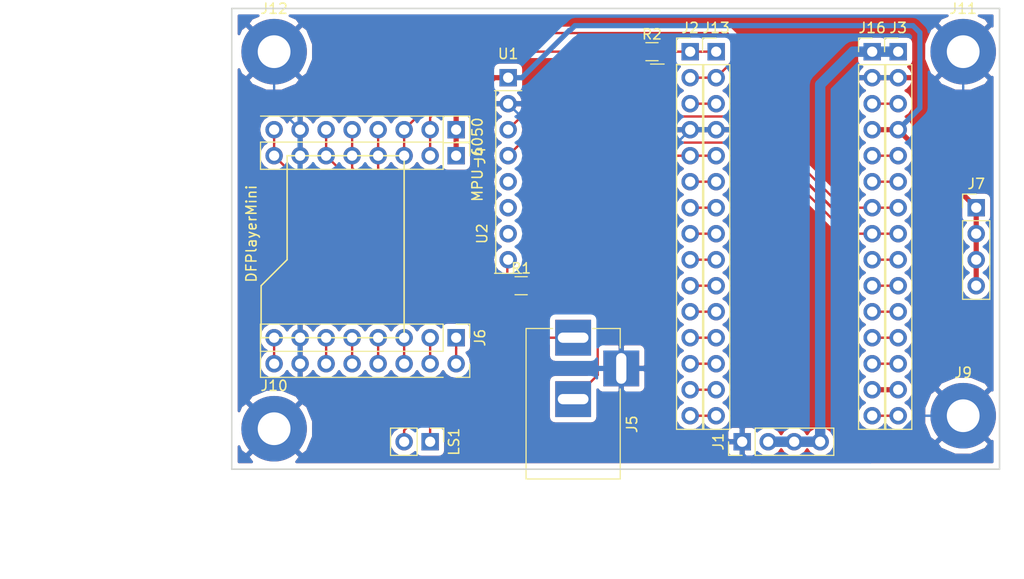
<source format=kicad_pcb>
(kicad_pcb (version 4) (host pcbnew 4.0.7-e2-6376~58~ubuntu16.04.1)

  (general
    (links 76)
    (no_connects 0)
    (area 77.150001 103.229 178.28362 162.700001)
    (thickness 1.6)
    (drawings 6)
    (tracks 164)
    (zones 0)
    (modules 18)
    (nets 43)
  )

  (page A4)
  (layers
    (0 F.Cu signal)
    (31 B.Cu signal)
    (32 B.Adhes user)
    (33 F.Adhes user)
    (34 B.Paste user)
    (35 F.Paste user)
    (36 B.SilkS user)
    (37 F.SilkS user)
    (38 B.Mask user)
    (39 F.Mask user)
    (40 Dwgs.User user)
    (41 Cmts.User user)
    (42 Eco1.User user)
    (43 Eco2.User user)
    (44 Edge.Cuts user)
    (45 Margin user)
    (46 B.CrtYd user)
    (47 F.CrtYd user)
    (48 B.Fab user)
    (49 F.Fab user)
  )

  (setup
    (last_trace_width 0.2286)
    (trace_clearance 0.2286)
    (zone_clearance 0.508)
    (zone_45_only no)
    (trace_min 0.1524)
    (segment_width 0.2)
    (edge_width 0.15)
    (via_size 0.6858)
    (via_drill 0.3302)
    (via_min_size 0.6858)
    (via_min_drill 0.3302)
    (uvia_size 0.3)
    (uvia_drill 0.1)
    (uvias_allowed no)
    (uvia_min_size 0)
    (uvia_min_drill 0)
    (pcb_text_width 0.3)
    (pcb_text_size 1.5 1.5)
    (mod_edge_width 0.15)
    (mod_text_size 1 1)
    (mod_text_width 0.15)
    (pad_size 1.524 1.524)
    (pad_drill 0.762)
    (pad_to_mask_clearance 0.2)
    (aux_axis_origin 0 0)
    (visible_elements FFFFFF7F)
    (pcbplotparams
      (layerselection 0x00030_80000001)
      (usegerberextensions false)
      (excludeedgelayer true)
      (linewidth 0.100000)
      (plotframeref false)
      (viasonmask false)
      (mode 1)
      (useauxorigin false)
      (hpglpennumber 1)
      (hpglpenspeed 20)
      (hpglpendiameter 15)
      (hpglpenoverlay 2)
      (psnegative false)
      (psa4output false)
      (plotreference true)
      (plotvalue true)
      (plotinvisibletext false)
      (padsonsilk false)
      (subtractmaskfromsilk false)
      (outputformat 1)
      (mirror false)
      (drillshape 1)
      (scaleselection 1)
      (outputdirectory ""))
  )

  (net 0 "")
  (net 1 VIN)
  (net 2 GND)
  (net 3 TX1)
  (net 4 RX0)
  (net 5 RST)
  (net 6 D2)
  (net 7 D3)
  (net 8 D4)
  (net 9 D5)
  (net 10 D6)
  (net 11 D7)
  (net 12 D8)
  (net 13 D9)
  (net 14 D10)
  (net 15 D11)
  (net 16 D12)
  (net 17 +5V)
  (net 18 A7)
  (net 19 A6)
  (net 20 SCL)
  (net 21 SDA)
  (net 22 A3)
  (net 23 A2)
  (net 24 A1)
  (net 25 A0)
  (net 26 AHREF)
  (net 27 +3V3)
  (net 28 D13)
  (net 29 "Net-(J6-Pad1)")
  (net 30 "Net-(R1-Pad1)")
  (net 31 "Net-(J4-Pad2)")
  (net 32 "Net-(J4-Pad4)")
  (net 33 "Net-(J4-Pad5)")
  (net 34 "Net-(J4-Pad6)")
  (net 35 "Net-(J4-Pad8)")
  (net 36 "Net-(J6-Pad2)")
  (net 37 "Net-(J6-Pad3)")
  (net 38 "Net-(J6-Pad4)")
  (net 39 "Net-(J6-Pad5)")
  (net 40 "Net-(J6-Pad6)")
  (net 41 "Net-(J6-Pad8)")
  (net 42 RESET)

  (net_class Default "This is the default net class."
    (clearance 0.2286)
    (trace_width 0.2286)
    (via_dia 0.6858)
    (via_drill 0.3302)
    (uvia_dia 0.3)
    (uvia_drill 0.1)
    (add_net A0)
    (add_net A1)
    (add_net A2)
    (add_net A3)
    (add_net A6)
    (add_net A7)
    (add_net AHREF)
    (add_net D10)
    (add_net D11)
    (add_net D12)
    (add_net D13)
    (add_net D2)
    (add_net D3)
    (add_net D4)
    (add_net D5)
    (add_net D6)
    (add_net D7)
    (add_net D8)
    (add_net D9)
    (add_net GND)
    (add_net "Net-(J4-Pad2)")
    (add_net "Net-(J4-Pad4)")
    (add_net "Net-(J4-Pad5)")
    (add_net "Net-(J4-Pad6)")
    (add_net "Net-(J4-Pad8)")
    (add_net "Net-(J6-Pad1)")
    (add_net "Net-(J6-Pad2)")
    (add_net "Net-(J6-Pad3)")
    (add_net "Net-(J6-Pad4)")
    (add_net "Net-(J6-Pad5)")
    (add_net "Net-(J6-Pad6)")
    (add_net "Net-(J6-Pad8)")
    (add_net "Net-(R1-Pad1)")
    (add_net RESET)
    (add_net RST)
    (add_net RX0)
    (add_net SCL)
    (add_net SDA)
    (add_net TX1)
  )

  (net_class 3v ""
    (clearance 0.508)
    (trace_width 0.508)
    (via_dia 0.6858)
    (via_drill 0.3302)
    (uvia_dia 0.3)
    (uvia_drill 0.1)
    (add_net +3V3)
  )

  (net_class 5v ""
    (clearance 0.508)
    (trace_width 0.508)
    (via_dia 0.6858)
    (via_drill 0.3302)
    (uvia_dia 0.3)
    (uvia_drill 0.1)
    (add_net +5V)
  )

  (net_class vin ""
    (clearance 0.508)
    (trace_width 1.016)
    (via_dia 0.6858)
    (via_drill 0.3302)
    (uvia_dia 0.3)
    (uvia_drill 0.1)
    (add_net VIN)
  )

  (module Pin_Headers:Pin_Header_Straight_1x04_Pitch2.54mm (layer F.Cu) (tedit 59650532) (tstamp 5A3E3EAB)
    (at 149.86 147.32 90)
    (descr "Through hole straight pin header, 1x04, 2.54mm pitch, single row")
    (tags "Through hole pin header THT 1x04 2.54mm single row")
    (path /5A3E4959)
    (fp_text reference J1 (at 0 -2.33 90) (layer F.SilkS)
      (effects (font (size 1 1) (thickness 0.15)))
    )
    (fp_text value Conn_01x04 (at 0 9.95 90) (layer F.Fab)
      (effects (font (size 1 1) (thickness 0.15)))
    )
    (fp_line (start -0.635 -1.27) (end 1.27 -1.27) (layer F.Fab) (width 0.1))
    (fp_line (start 1.27 -1.27) (end 1.27 8.89) (layer F.Fab) (width 0.1))
    (fp_line (start 1.27 8.89) (end -1.27 8.89) (layer F.Fab) (width 0.1))
    (fp_line (start -1.27 8.89) (end -1.27 -0.635) (layer F.Fab) (width 0.1))
    (fp_line (start -1.27 -0.635) (end -0.635 -1.27) (layer F.Fab) (width 0.1))
    (fp_line (start -1.33 8.95) (end 1.33 8.95) (layer F.SilkS) (width 0.12))
    (fp_line (start -1.33 1.27) (end -1.33 8.95) (layer F.SilkS) (width 0.12))
    (fp_line (start 1.33 1.27) (end 1.33 8.95) (layer F.SilkS) (width 0.12))
    (fp_line (start -1.33 1.27) (end 1.33 1.27) (layer F.SilkS) (width 0.12))
    (fp_line (start -1.33 0) (end -1.33 -1.33) (layer F.SilkS) (width 0.12))
    (fp_line (start -1.33 -1.33) (end 0 -1.33) (layer F.SilkS) (width 0.12))
    (fp_line (start -1.8 -1.8) (end -1.8 9.4) (layer F.CrtYd) (width 0.05))
    (fp_line (start -1.8 9.4) (end 1.8 9.4) (layer F.CrtYd) (width 0.05))
    (fp_line (start 1.8 9.4) (end 1.8 -1.8) (layer F.CrtYd) (width 0.05))
    (fp_line (start 1.8 -1.8) (end -1.8 -1.8) (layer F.CrtYd) (width 0.05))
    (fp_text user %R (at 0 5.08 180) (layer F.Fab)
      (effects (font (size 1 1) (thickness 0.15)))
    )
    (pad 1 thru_hole rect (at 0 0 90) (size 1.7 1.7) (drill 1) (layers *.Cu *.Mask)
      (net 2 GND))
    (pad 2 thru_hole oval (at 0 2.54 90) (size 1.7 1.7) (drill 1) (layers *.Cu *.Mask)
      (net 1 VIN))
    (pad 3 thru_hole oval (at 0 5.08 90) (size 1.7 1.7) (drill 1) (layers *.Cu *.Mask)
      (net 1 VIN))
    (pad 4 thru_hole oval (at 0 7.62 90) (size 1.7 1.7) (drill 1) (layers *.Cu *.Mask)
      (net 1 VIN))
    (model ${KISYS3DMOD}/Pin_Headers.3dshapes/Pin_Header_Straight_1x04_Pitch2.54mm.wrl
      (at (xyz 0 0 0))
      (scale (xyz 1 1 1))
      (rotate (xyz 0 0 0))
    )
  )

  (module Pin_Headers:Pin_Header_Straight_1x15_Pitch2.54mm placed (layer F.Cu) (tedit 59650532) (tstamp 5A3D878E)
    (at 144.78 109.22)
    (descr "Through hole straight pin header, 1x15, 2.54mm pitch, single row")
    (tags "Through hole pin header THT 1x15 2.54mm single row")
    (path /5A3D7D47)
    (fp_text reference J2 (at 0 -2.33) (layer F.SilkS)
      (effects (font (size 1 1) (thickness 0.15)))
    )
    (fp_text value Conn_01x15 (at 0 37.89) (layer F.Fab)
      (effects (font (size 1 1) (thickness 0.15)))
    )
    (fp_line (start -0.635 -1.27) (end 1.27 -1.27) (layer F.Fab) (width 0.1))
    (fp_line (start 1.27 -1.27) (end 1.27 36.83) (layer F.Fab) (width 0.1))
    (fp_line (start 1.27 36.83) (end -1.27 36.83) (layer F.Fab) (width 0.1))
    (fp_line (start -1.27 36.83) (end -1.27 -0.635) (layer F.Fab) (width 0.1))
    (fp_line (start -1.27 -0.635) (end -0.635 -1.27) (layer F.Fab) (width 0.1))
    (fp_line (start -1.33 36.89) (end 1.33 36.89) (layer F.SilkS) (width 0.12))
    (fp_line (start -1.33 1.27) (end -1.33 36.89) (layer F.SilkS) (width 0.12))
    (fp_line (start 1.33 1.27) (end 1.33 36.89) (layer F.SilkS) (width 0.12))
    (fp_line (start -1.33 1.27) (end 1.33 1.27) (layer F.SilkS) (width 0.12))
    (fp_line (start -1.33 0) (end -1.33 -1.33) (layer F.SilkS) (width 0.12))
    (fp_line (start -1.33 -1.33) (end 0 -1.33) (layer F.SilkS) (width 0.12))
    (fp_line (start -1.8 -1.8) (end -1.8 37.35) (layer F.CrtYd) (width 0.05))
    (fp_line (start -1.8 37.35) (end 1.8 37.35) (layer F.CrtYd) (width 0.05))
    (fp_line (start 1.8 37.35) (end 1.8 -1.8) (layer F.CrtYd) (width 0.05))
    (fp_line (start 1.8 -1.8) (end -1.8 -1.8) (layer F.CrtYd) (width 0.05))
    (fp_text user %R (at 0 17.78 90) (layer F.Fab)
      (effects (font (size 1 1) (thickness 0.15)))
    )
    (pad 1 thru_hole rect (at 0 0) (size 1.7 1.7) (drill 1) (layers *.Cu *.Mask)
      (net 3 TX1))
    (pad 2 thru_hole oval (at 0 2.54) (size 1.7 1.7) (drill 1) (layers *.Cu *.Mask)
      (net 4 RX0))
    (pad 3 thru_hole oval (at 0 5.08) (size 1.7 1.7) (drill 1) (layers *.Cu *.Mask)
      (net 5 RST))
    (pad 4 thru_hole oval (at 0 7.62) (size 1.7 1.7) (drill 1) (layers *.Cu *.Mask)
      (net 2 GND))
    (pad 5 thru_hole oval (at 0 10.16) (size 1.7 1.7) (drill 1) (layers *.Cu *.Mask)
      (net 6 D2))
    (pad 6 thru_hole oval (at 0 12.7) (size 1.7 1.7) (drill 1) (layers *.Cu *.Mask)
      (net 7 D3))
    (pad 7 thru_hole oval (at 0 15.24) (size 1.7 1.7) (drill 1) (layers *.Cu *.Mask)
      (net 8 D4))
    (pad 8 thru_hole oval (at 0 17.78) (size 1.7 1.7) (drill 1) (layers *.Cu *.Mask)
      (net 9 D5))
    (pad 9 thru_hole oval (at 0 20.32) (size 1.7 1.7) (drill 1) (layers *.Cu *.Mask)
      (net 10 D6))
    (pad 10 thru_hole oval (at 0 22.86) (size 1.7 1.7) (drill 1) (layers *.Cu *.Mask)
      (net 11 D7))
    (pad 11 thru_hole oval (at 0 25.4) (size 1.7 1.7) (drill 1) (layers *.Cu *.Mask)
      (net 12 D8))
    (pad 12 thru_hole oval (at 0 27.94) (size 1.7 1.7) (drill 1) (layers *.Cu *.Mask)
      (net 13 D9))
    (pad 13 thru_hole oval (at 0 30.48) (size 1.7 1.7) (drill 1) (layers *.Cu *.Mask)
      (net 14 D10))
    (pad 14 thru_hole oval (at 0 33.02) (size 1.7 1.7) (drill 1) (layers *.Cu *.Mask)
      (net 15 D11))
    (pad 15 thru_hole oval (at 0 35.56) (size 1.7 1.7) (drill 1) (layers *.Cu *.Mask)
      (net 16 D12))
    (model ${KISYS3DMOD}/Pin_Headers.3dshapes/Pin_Header_Straight_1x15_Pitch2.54mm.wrl
      (at (xyz 0 0 0))
      (scale (xyz 1 1 1))
      (rotate (xyz 0 0 0))
    )
  )

  (module Pin_Headers:Pin_Header_Straight_1x15_Pitch2.54mm placed (layer F.Cu) (tedit 59650532) (tstamp 5A3D87A1)
    (at 165.1 109.22)
    (descr "Through hole straight pin header, 1x15, 2.54mm pitch, single row")
    (tags "Through hole pin header THT 1x15 2.54mm single row")
    (path /5A3D80E6)
    (fp_text reference J3 (at 0 -2.33) (layer F.SilkS)
      (effects (font (size 1 1) (thickness 0.15)))
    )
    (fp_text value Conn_01x15 (at 0 37.89) (layer F.Fab)
      (effects (font (size 1 1) (thickness 0.15)))
    )
    (fp_line (start -0.635 -1.27) (end 1.27 -1.27) (layer F.Fab) (width 0.1))
    (fp_line (start 1.27 -1.27) (end 1.27 36.83) (layer F.Fab) (width 0.1))
    (fp_line (start 1.27 36.83) (end -1.27 36.83) (layer F.Fab) (width 0.1))
    (fp_line (start -1.27 36.83) (end -1.27 -0.635) (layer F.Fab) (width 0.1))
    (fp_line (start -1.27 -0.635) (end -0.635 -1.27) (layer F.Fab) (width 0.1))
    (fp_line (start -1.33 36.89) (end 1.33 36.89) (layer F.SilkS) (width 0.12))
    (fp_line (start -1.33 1.27) (end -1.33 36.89) (layer F.SilkS) (width 0.12))
    (fp_line (start 1.33 1.27) (end 1.33 36.89) (layer F.SilkS) (width 0.12))
    (fp_line (start -1.33 1.27) (end 1.33 1.27) (layer F.SilkS) (width 0.12))
    (fp_line (start -1.33 0) (end -1.33 -1.33) (layer F.SilkS) (width 0.12))
    (fp_line (start -1.33 -1.33) (end 0 -1.33) (layer F.SilkS) (width 0.12))
    (fp_line (start -1.8 -1.8) (end -1.8 37.35) (layer F.CrtYd) (width 0.05))
    (fp_line (start -1.8 37.35) (end 1.8 37.35) (layer F.CrtYd) (width 0.05))
    (fp_line (start 1.8 37.35) (end 1.8 -1.8) (layer F.CrtYd) (width 0.05))
    (fp_line (start 1.8 -1.8) (end -1.8 -1.8) (layer F.CrtYd) (width 0.05))
    (fp_text user %R (at 0 17.78 90) (layer F.Fab)
      (effects (font (size 1 1) (thickness 0.15)))
    )
    (pad 1 thru_hole rect (at 0 0) (size 1.7 1.7) (drill 1) (layers *.Cu *.Mask)
      (net 1 VIN))
    (pad 2 thru_hole oval (at 0 2.54) (size 1.7 1.7) (drill 1) (layers *.Cu *.Mask)
      (net 2 GND))
    (pad 3 thru_hole oval (at 0 5.08) (size 1.7 1.7) (drill 1) (layers *.Cu *.Mask)
      (net 42 RESET))
    (pad 4 thru_hole oval (at 0 7.62) (size 1.7 1.7) (drill 1) (layers *.Cu *.Mask)
      (net 17 +5V))
    (pad 5 thru_hole oval (at 0 10.16) (size 1.7 1.7) (drill 1) (layers *.Cu *.Mask)
      (net 18 A7))
    (pad 6 thru_hole oval (at 0 12.7) (size 1.7 1.7) (drill 1) (layers *.Cu *.Mask)
      (net 19 A6))
    (pad 7 thru_hole oval (at 0 15.24) (size 1.7 1.7) (drill 1) (layers *.Cu *.Mask)
      (net 20 SCL))
    (pad 8 thru_hole oval (at 0 17.78) (size 1.7 1.7) (drill 1) (layers *.Cu *.Mask)
      (net 21 SDA))
    (pad 9 thru_hole oval (at 0 20.32) (size 1.7 1.7) (drill 1) (layers *.Cu *.Mask)
      (net 22 A3))
    (pad 10 thru_hole oval (at 0 22.86) (size 1.7 1.7) (drill 1) (layers *.Cu *.Mask)
      (net 23 A2))
    (pad 11 thru_hole oval (at 0 25.4) (size 1.7 1.7) (drill 1) (layers *.Cu *.Mask)
      (net 24 A1))
    (pad 12 thru_hole oval (at 0 27.94) (size 1.7 1.7) (drill 1) (layers *.Cu *.Mask)
      (net 25 A0))
    (pad 13 thru_hole oval (at 0 30.48) (size 1.7 1.7) (drill 1) (layers *.Cu *.Mask)
      (net 26 AHREF))
    (pad 14 thru_hole oval (at 0 33.02) (size 1.7 1.7) (drill 1) (layers *.Cu *.Mask)
      (net 27 +3V3))
    (pad 15 thru_hole oval (at 0 35.56) (size 1.7 1.7) (drill 1) (layers *.Cu *.Mask)
      (net 28 D13))
    (model ${KISYS3DMOD}/Pin_Headers.3dshapes/Pin_Header_Straight_1x15_Pitch2.54mm.wrl
      (at (xyz 0 0 0))
      (scale (xyz 1 1 1))
      (rotate (xyz 0 0 0))
    )
  )

  (module Connectors:BARREL_JACK placed (layer F.Cu) (tedit 5861378E) (tstamp 5A3D87AD)
    (at 133.35 137.16 90)
    (descr "DC Barrel Jack")
    (tags "Power Jack")
    (path /5A3D91A5)
    (fp_text reference J5 (at -8.45 5.75 270) (layer F.SilkS)
      (effects (font (size 1 1) (thickness 0.15)))
    )
    (fp_text value Audio-Jack-3 (at -6.2 -5.5 90) (layer F.Fab)
      (effects (font (size 1 1) (thickness 0.15)))
    )
    (fp_line (start 1 -4.5) (end 1 -4.75) (layer F.CrtYd) (width 0.05))
    (fp_line (start 1 -4.75) (end -14 -4.75) (layer F.CrtYd) (width 0.05))
    (fp_line (start 1 -4.5) (end 1 -2) (layer F.CrtYd) (width 0.05))
    (fp_line (start 1 -2) (end 2 -2) (layer F.CrtYd) (width 0.05))
    (fp_line (start 2 -2) (end 2 2) (layer F.CrtYd) (width 0.05))
    (fp_line (start 2 2) (end 1 2) (layer F.CrtYd) (width 0.05))
    (fp_line (start 1 2) (end 1 4.75) (layer F.CrtYd) (width 0.05))
    (fp_line (start 1 4.75) (end -1 4.75) (layer F.CrtYd) (width 0.05))
    (fp_line (start -1 4.75) (end -1 6.75) (layer F.CrtYd) (width 0.05))
    (fp_line (start -1 6.75) (end -5 6.75) (layer F.CrtYd) (width 0.05))
    (fp_line (start -5 6.75) (end -5 4.75) (layer F.CrtYd) (width 0.05))
    (fp_line (start -5 4.75) (end -14 4.75) (layer F.CrtYd) (width 0.05))
    (fp_line (start -14 4.75) (end -14 -4.75) (layer F.CrtYd) (width 0.05))
    (fp_line (start -5 4.6) (end -13.8 4.6) (layer F.SilkS) (width 0.12))
    (fp_line (start -13.8 4.6) (end -13.8 -4.6) (layer F.SilkS) (width 0.12))
    (fp_line (start 0.9 1.9) (end 0.9 4.6) (layer F.SilkS) (width 0.12))
    (fp_line (start 0.9 4.6) (end -1 4.6) (layer F.SilkS) (width 0.12))
    (fp_line (start -13.8 -4.6) (end 0.9 -4.6) (layer F.SilkS) (width 0.12))
    (fp_line (start 0.9 -4.6) (end 0.9 -2) (layer F.SilkS) (width 0.12))
    (fp_line (start -10.2 -4.5) (end -10.2 4.5) (layer F.Fab) (width 0.1))
    (fp_line (start -13.7 -4.5) (end -13.7 4.5) (layer F.Fab) (width 0.1))
    (fp_line (start -13.7 4.5) (end 0.8 4.5) (layer F.Fab) (width 0.1))
    (fp_line (start 0.8 4.5) (end 0.8 -4.5) (layer F.Fab) (width 0.1))
    (fp_line (start 0.8 -4.5) (end -13.7 -4.5) (layer F.Fab) (width 0.1))
    (pad 1 thru_hole rect (at 0 0 90) (size 3.5 3.5) (drill oval 1 3) (layers *.Cu *.Mask)
      (net 33 "Net-(J4-Pad5)"))
    (pad 2 thru_hole rect (at -6 0 90) (size 3.5 3.5) (drill oval 1 3) (layers *.Cu *.Mask)
      (net 32 "Net-(J4-Pad4)"))
    (pad 3 thru_hole rect (at -3 4.7 90) (size 3.5 3.5) (drill oval 3 1) (layers *.Cu *.Mask)
      (net 2 GND))
  )

  (module Pin_Headers:Pin_Header_Straight_1x02_Pitch2.54mm placed (layer F.Cu) (tedit 59650532) (tstamp 5A3D87C2)
    (at 119.38 147.32 270)
    (descr "Through hole straight pin header, 1x02, 2.54mm pitch, single row")
    (tags "Through hole pin header THT 1x02 2.54mm single row")
    (path /59A04FC9)
    (fp_text reference LS1 (at 0 -2.33 270) (layer F.SilkS)
      (effects (font (size 1 1) (thickness 0.15)))
    )
    (fp_text value Speaker (at 0 4.87 270) (layer F.Fab)
      (effects (font (size 1 1) (thickness 0.15)))
    )
    (fp_line (start -0.635 -1.27) (end 1.27 -1.27) (layer F.Fab) (width 0.1))
    (fp_line (start 1.27 -1.27) (end 1.27 3.81) (layer F.Fab) (width 0.1))
    (fp_line (start 1.27 3.81) (end -1.27 3.81) (layer F.Fab) (width 0.1))
    (fp_line (start -1.27 3.81) (end -1.27 -0.635) (layer F.Fab) (width 0.1))
    (fp_line (start -1.27 -0.635) (end -0.635 -1.27) (layer F.Fab) (width 0.1))
    (fp_line (start -1.33 3.87) (end 1.33 3.87) (layer F.SilkS) (width 0.12))
    (fp_line (start -1.33 1.27) (end -1.33 3.87) (layer F.SilkS) (width 0.12))
    (fp_line (start 1.33 1.27) (end 1.33 3.87) (layer F.SilkS) (width 0.12))
    (fp_line (start -1.33 1.27) (end 1.33 1.27) (layer F.SilkS) (width 0.12))
    (fp_line (start -1.33 0) (end -1.33 -1.33) (layer F.SilkS) (width 0.12))
    (fp_line (start -1.33 -1.33) (end 0 -1.33) (layer F.SilkS) (width 0.12))
    (fp_line (start -1.8 -1.8) (end -1.8 4.35) (layer F.CrtYd) (width 0.05))
    (fp_line (start -1.8 4.35) (end 1.8 4.35) (layer F.CrtYd) (width 0.05))
    (fp_line (start 1.8 4.35) (end 1.8 -1.8) (layer F.CrtYd) (width 0.05))
    (fp_line (start 1.8 -1.8) (end -1.8 -1.8) (layer F.CrtYd) (width 0.05))
    (fp_text user %R (at 0 1.27 360) (layer F.Fab)
      (effects (font (size 1 1) (thickness 0.15)))
    )
    (pad 1 thru_hole rect (at 0 0 270) (size 1.7 1.7) (drill 1) (layers *.Cu *.Mask)
      (net 34 "Net-(J4-Pad6)"))
    (pad 2 thru_hole oval (at 0 2.54 270) (size 1.7 1.7) (drill 1) (layers *.Cu *.Mask)
      (net 35 "Net-(J4-Pad8)"))
    (model ${KISYS3DMOD}/Pin_Headers.3dshapes/Pin_Header_Straight_1x02_Pitch2.54mm.wrl
      (at (xyz 0 0 0))
      (scale (xyz 1 1 1))
      (rotate (xyz 0 0 0))
    )
  )

  (module Resistors_SMD:R_0805_HandSoldering placed (layer F.Cu) (tedit 58E0A804) (tstamp 5A3D87C8)
    (at 128.27 132.08)
    (descr "Resistor SMD 0805, hand soldering")
    (tags "resistor 0805")
    (path /5A3D88B7)
    (attr smd)
    (fp_text reference R1 (at 0 -1.7) (layer F.SilkS)
      (effects (font (size 1 1) (thickness 0.15)))
    )
    (fp_text value 330R (at 0 1.75) (layer F.Fab)
      (effects (font (size 1 1) (thickness 0.15)))
    )
    (fp_text user %R (at 0 0) (layer F.Fab)
      (effects (font (size 0.5 0.5) (thickness 0.075)))
    )
    (fp_line (start -1 0.62) (end -1 -0.62) (layer F.Fab) (width 0.1))
    (fp_line (start 1 0.62) (end -1 0.62) (layer F.Fab) (width 0.1))
    (fp_line (start 1 -0.62) (end 1 0.62) (layer F.Fab) (width 0.1))
    (fp_line (start -1 -0.62) (end 1 -0.62) (layer F.Fab) (width 0.1))
    (fp_line (start 0.6 0.88) (end -0.6 0.88) (layer F.SilkS) (width 0.12))
    (fp_line (start -0.6 -0.88) (end 0.6 -0.88) (layer F.SilkS) (width 0.12))
    (fp_line (start -2.35 -0.9) (end 2.35 -0.9) (layer F.CrtYd) (width 0.05))
    (fp_line (start -2.35 -0.9) (end -2.35 0.9) (layer F.CrtYd) (width 0.05))
    (fp_line (start 2.35 0.9) (end 2.35 -0.9) (layer F.CrtYd) (width 0.05))
    (fp_line (start 2.35 0.9) (end -2.35 0.9) (layer F.CrtYd) (width 0.05))
    (pad 1 smd rect (at -1.35 0) (size 1.5 1.3) (layers F.Cu F.Paste F.Mask)
      (net 30 "Net-(R1-Pad1)"))
    (pad 2 smd rect (at 1.35 0) (size 1.5 1.3) (layers F.Cu F.Paste F.Mask)
      (net 6 D2))
    (model ${KISYS3DMOD}/Resistors_SMD.3dshapes/R_0805.wrl
      (at (xyz 0 0 0))
      (scale (xyz 1 1 1))
      (rotate (xyz 0 0 0))
    )
  )

  (module Resistors_SMD:R_0805_HandSoldering placed (layer F.Cu) (tedit 58E0A804) (tstamp 5A3D87CE)
    (at 141.05 109.22)
    (descr "Resistor SMD 0805, hand soldering")
    (tags "resistor 0805")
    (path /5A3D9CAC)
    (attr smd)
    (fp_text reference R2 (at 0 -1.7) (layer F.SilkS)
      (effects (font (size 1 1) (thickness 0.15)))
    )
    (fp_text value 1K (at 0 1.75) (layer F.Fab)
      (effects (font (size 1 1) (thickness 0.15)))
    )
    (fp_text user %R (at 0 0) (layer F.Fab)
      (effects (font (size 0.5 0.5) (thickness 0.075)))
    )
    (fp_line (start -1 0.62) (end -1 -0.62) (layer F.Fab) (width 0.1))
    (fp_line (start 1 0.62) (end -1 0.62) (layer F.Fab) (width 0.1))
    (fp_line (start 1 -0.62) (end 1 0.62) (layer F.Fab) (width 0.1))
    (fp_line (start -1 -0.62) (end 1 -0.62) (layer F.Fab) (width 0.1))
    (fp_line (start 0.6 0.88) (end -0.6 0.88) (layer F.SilkS) (width 0.12))
    (fp_line (start -0.6 -0.88) (end 0.6 -0.88) (layer F.SilkS) (width 0.12))
    (fp_line (start -2.35 -0.9) (end 2.35 -0.9) (layer F.CrtYd) (width 0.05))
    (fp_line (start -2.35 -0.9) (end -2.35 0.9) (layer F.CrtYd) (width 0.05))
    (fp_line (start 2.35 0.9) (end 2.35 -0.9) (layer F.CrtYd) (width 0.05))
    (fp_line (start 2.35 0.9) (end -2.35 0.9) (layer F.CrtYd) (width 0.05))
    (pad 1 smd rect (at -1.35 0) (size 1.5 1.3) (layers F.Cu F.Paste F.Mask)
      (net 31 "Net-(J4-Pad2)"))
    (pad 2 smd rect (at 1.35 0) (size 1.5 1.3) (layers F.Cu F.Paste F.Mask)
      (net 3 TX1))
    (model ${KISYS3DMOD}/Resistors_SMD.3dshapes/R_0805.wrl
      (at (xyz 0 0 0))
      (scale (xyz 1 1 1))
      (rotate (xyz 0 0 0))
    )
  )

  (module Pin_Headers:Pin_Header_Straight_1x15_Pitch2.54mm (layer F.Cu) (tedit 59650532) (tstamp 5A3D9B87)
    (at 147.32 109.22)
    (descr "Through hole straight pin header, 1x15, 2.54mm pitch, single row")
    (tags "Through hole pin header THT 1x15 2.54mm single row")
    (path /5A3DBC45)
    (fp_text reference J13 (at 0 -2.33) (layer F.SilkS)
      (effects (font (size 1 1) (thickness 0.15)))
    )
    (fp_text value Conn_01x15 (at 0 37.89) (layer F.Fab)
      (effects (font (size 1 1) (thickness 0.15)))
    )
    (fp_line (start -0.635 -1.27) (end 1.27 -1.27) (layer F.Fab) (width 0.1))
    (fp_line (start 1.27 -1.27) (end 1.27 36.83) (layer F.Fab) (width 0.1))
    (fp_line (start 1.27 36.83) (end -1.27 36.83) (layer F.Fab) (width 0.1))
    (fp_line (start -1.27 36.83) (end -1.27 -0.635) (layer F.Fab) (width 0.1))
    (fp_line (start -1.27 -0.635) (end -0.635 -1.27) (layer F.Fab) (width 0.1))
    (fp_line (start -1.33 36.89) (end 1.33 36.89) (layer F.SilkS) (width 0.12))
    (fp_line (start -1.33 1.27) (end -1.33 36.89) (layer F.SilkS) (width 0.12))
    (fp_line (start 1.33 1.27) (end 1.33 36.89) (layer F.SilkS) (width 0.12))
    (fp_line (start -1.33 1.27) (end 1.33 1.27) (layer F.SilkS) (width 0.12))
    (fp_line (start -1.33 0) (end -1.33 -1.33) (layer F.SilkS) (width 0.12))
    (fp_line (start -1.33 -1.33) (end 0 -1.33) (layer F.SilkS) (width 0.12))
    (fp_line (start -1.8 -1.8) (end -1.8 37.35) (layer F.CrtYd) (width 0.05))
    (fp_line (start -1.8 37.35) (end 1.8 37.35) (layer F.CrtYd) (width 0.05))
    (fp_line (start 1.8 37.35) (end 1.8 -1.8) (layer F.CrtYd) (width 0.05))
    (fp_line (start 1.8 -1.8) (end -1.8 -1.8) (layer F.CrtYd) (width 0.05))
    (fp_text user %R (at 0 17.78 90) (layer F.Fab)
      (effects (font (size 1 1) (thickness 0.15)))
    )
    (pad 1 thru_hole rect (at 0 0) (size 1.7 1.7) (drill 1) (layers *.Cu *.Mask)
      (net 3 TX1))
    (pad 2 thru_hole oval (at 0 2.54) (size 1.7 1.7) (drill 1) (layers *.Cu *.Mask)
      (net 4 RX0))
    (pad 3 thru_hole oval (at 0 5.08) (size 1.7 1.7) (drill 1) (layers *.Cu *.Mask)
      (net 5 RST))
    (pad 4 thru_hole oval (at 0 7.62) (size 1.7 1.7) (drill 1) (layers *.Cu *.Mask)
      (net 2 GND))
    (pad 5 thru_hole oval (at 0 10.16) (size 1.7 1.7) (drill 1) (layers *.Cu *.Mask)
      (net 6 D2))
    (pad 6 thru_hole oval (at 0 12.7) (size 1.7 1.7) (drill 1) (layers *.Cu *.Mask)
      (net 7 D3))
    (pad 7 thru_hole oval (at 0 15.24) (size 1.7 1.7) (drill 1) (layers *.Cu *.Mask)
      (net 8 D4))
    (pad 8 thru_hole oval (at 0 17.78) (size 1.7 1.7) (drill 1) (layers *.Cu *.Mask)
      (net 9 D5))
    (pad 9 thru_hole oval (at 0 20.32) (size 1.7 1.7) (drill 1) (layers *.Cu *.Mask)
      (net 10 D6))
    (pad 10 thru_hole oval (at 0 22.86) (size 1.7 1.7) (drill 1) (layers *.Cu *.Mask)
      (net 11 D7))
    (pad 11 thru_hole oval (at 0 25.4) (size 1.7 1.7) (drill 1) (layers *.Cu *.Mask)
      (net 12 D8))
    (pad 12 thru_hole oval (at 0 27.94) (size 1.7 1.7) (drill 1) (layers *.Cu *.Mask)
      (net 13 D9))
    (pad 13 thru_hole oval (at 0 30.48) (size 1.7 1.7) (drill 1) (layers *.Cu *.Mask)
      (net 14 D10))
    (pad 14 thru_hole oval (at 0 33.02) (size 1.7 1.7) (drill 1) (layers *.Cu *.Mask)
      (net 15 D11))
    (pad 15 thru_hole oval (at 0 35.56) (size 1.7 1.7) (drill 1) (layers *.Cu *.Mask)
      (net 16 D12))
    (model ${KISYS3DMOD}/Pin_Headers.3dshapes/Pin_Header_Straight_1x15_Pitch2.54mm.wrl
      (at (xyz 0 0 0))
      (scale (xyz 1 1 1))
      (rotate (xyz 0 0 0))
    )
  )

  (module Pin_Headers:Pin_Header_Straight_1x15_Pitch2.54mm (layer F.Cu) (tedit 59650532) (tstamp 5A3D9BC0)
    (at 162.56 109.22)
    (descr "Through hole straight pin header, 1x15, 2.54mm pitch, single row")
    (tags "Through hole pin header THT 1x15 2.54mm single row")
    (path /5A3DC180)
    (fp_text reference J16 (at 0 -2.33) (layer F.SilkS)
      (effects (font (size 1 1) (thickness 0.15)))
    )
    (fp_text value Conn_01x15 (at 0 37.89) (layer F.Fab)
      (effects (font (size 1 1) (thickness 0.15)))
    )
    (fp_line (start -0.635 -1.27) (end 1.27 -1.27) (layer F.Fab) (width 0.1))
    (fp_line (start 1.27 -1.27) (end 1.27 36.83) (layer F.Fab) (width 0.1))
    (fp_line (start 1.27 36.83) (end -1.27 36.83) (layer F.Fab) (width 0.1))
    (fp_line (start -1.27 36.83) (end -1.27 -0.635) (layer F.Fab) (width 0.1))
    (fp_line (start -1.27 -0.635) (end -0.635 -1.27) (layer F.Fab) (width 0.1))
    (fp_line (start -1.33 36.89) (end 1.33 36.89) (layer F.SilkS) (width 0.12))
    (fp_line (start -1.33 1.27) (end -1.33 36.89) (layer F.SilkS) (width 0.12))
    (fp_line (start 1.33 1.27) (end 1.33 36.89) (layer F.SilkS) (width 0.12))
    (fp_line (start -1.33 1.27) (end 1.33 1.27) (layer F.SilkS) (width 0.12))
    (fp_line (start -1.33 0) (end -1.33 -1.33) (layer F.SilkS) (width 0.12))
    (fp_line (start -1.33 -1.33) (end 0 -1.33) (layer F.SilkS) (width 0.12))
    (fp_line (start -1.8 -1.8) (end -1.8 37.35) (layer F.CrtYd) (width 0.05))
    (fp_line (start -1.8 37.35) (end 1.8 37.35) (layer F.CrtYd) (width 0.05))
    (fp_line (start 1.8 37.35) (end 1.8 -1.8) (layer F.CrtYd) (width 0.05))
    (fp_line (start 1.8 -1.8) (end -1.8 -1.8) (layer F.CrtYd) (width 0.05))
    (fp_text user %R (at 0 17.78 90) (layer F.Fab)
      (effects (font (size 1 1) (thickness 0.15)))
    )
    (pad 1 thru_hole rect (at 0 0) (size 1.7 1.7) (drill 1) (layers *.Cu *.Mask)
      (net 1 VIN))
    (pad 2 thru_hole oval (at 0 2.54) (size 1.7 1.7) (drill 1) (layers *.Cu *.Mask)
      (net 2 GND))
    (pad 3 thru_hole oval (at 0 5.08) (size 1.7 1.7) (drill 1) (layers *.Cu *.Mask)
      (net 42 RESET))
    (pad 4 thru_hole oval (at 0 7.62) (size 1.7 1.7) (drill 1) (layers *.Cu *.Mask)
      (net 17 +5V))
    (pad 5 thru_hole oval (at 0 10.16) (size 1.7 1.7) (drill 1) (layers *.Cu *.Mask)
      (net 18 A7))
    (pad 6 thru_hole oval (at 0 12.7) (size 1.7 1.7) (drill 1) (layers *.Cu *.Mask)
      (net 19 A6))
    (pad 7 thru_hole oval (at 0 15.24) (size 1.7 1.7) (drill 1) (layers *.Cu *.Mask)
      (net 20 SCL))
    (pad 8 thru_hole oval (at 0 17.78) (size 1.7 1.7) (drill 1) (layers *.Cu *.Mask)
      (net 21 SDA))
    (pad 9 thru_hole oval (at 0 20.32) (size 1.7 1.7) (drill 1) (layers *.Cu *.Mask)
      (net 22 A3))
    (pad 10 thru_hole oval (at 0 22.86) (size 1.7 1.7) (drill 1) (layers *.Cu *.Mask)
      (net 23 A2))
    (pad 11 thru_hole oval (at 0 25.4) (size 1.7 1.7) (drill 1) (layers *.Cu *.Mask)
      (net 24 A1))
    (pad 12 thru_hole oval (at 0 27.94) (size 1.7 1.7) (drill 1) (layers *.Cu *.Mask)
      (net 25 A0))
    (pad 13 thru_hole oval (at 0 30.48) (size 1.7 1.7) (drill 1) (layers *.Cu *.Mask)
      (net 26 AHREF))
    (pad 14 thru_hole oval (at 0 33.02) (size 1.7 1.7) (drill 1) (layers *.Cu *.Mask)
      (net 27 +3V3))
    (pad 15 thru_hole oval (at 0 35.56) (size 1.7 1.7) (drill 1) (layers *.Cu *.Mask)
      (net 28 D13))
    (model ${KISYS3DMOD}/Pin_Headers.3dshapes/Pin_Header_Straight_1x15_Pitch2.54mm.wrl
      (at (xyz 0 0 0))
      (scale (xyz 1 1 1))
      (rotate (xyz 0 0 0))
    )
  )

  (module Pin_Headers:Pin_Header_Straight_1x08_Pitch2.54mm (layer F.Cu) (tedit 59650532) (tstamp 5A3DB15D)
    (at 121.92 119.38 270)
    (descr "Through hole straight pin header, 1x08, 2.54mm pitch, single row")
    (tags "Through hole pin header THT 1x08 2.54mm single row")
    (path /5A3DE3CD)
    (fp_text reference J4 (at 0 -2.33 270) (layer F.SilkS)
      (effects (font (size 1 1) (thickness 0.15)))
    )
    (fp_text value Conn_01x08 (at 0 20.11 270) (layer F.Fab)
      (effects (font (size 1 1) (thickness 0.15)))
    )
    (fp_line (start -0.635 -1.27) (end 1.27 -1.27) (layer F.Fab) (width 0.1))
    (fp_line (start 1.27 -1.27) (end 1.27 19.05) (layer F.Fab) (width 0.1))
    (fp_line (start 1.27 19.05) (end -1.27 19.05) (layer F.Fab) (width 0.1))
    (fp_line (start -1.27 19.05) (end -1.27 -0.635) (layer F.Fab) (width 0.1))
    (fp_line (start -1.27 -0.635) (end -0.635 -1.27) (layer F.Fab) (width 0.1))
    (fp_line (start -1.33 19.11) (end 1.33 19.11) (layer F.SilkS) (width 0.12))
    (fp_line (start -1.33 1.27) (end -1.33 19.11) (layer F.SilkS) (width 0.12))
    (fp_line (start 1.33 1.27) (end 1.33 19.11) (layer F.SilkS) (width 0.12))
    (fp_line (start -1.33 1.27) (end 1.33 1.27) (layer F.SilkS) (width 0.12))
    (fp_line (start -1.33 0) (end -1.33 -1.33) (layer F.SilkS) (width 0.12))
    (fp_line (start -1.33 -1.33) (end 0 -1.33) (layer F.SilkS) (width 0.12))
    (fp_line (start -1.8 -1.8) (end -1.8 19.55) (layer F.CrtYd) (width 0.05))
    (fp_line (start -1.8 19.55) (end 1.8 19.55) (layer F.CrtYd) (width 0.05))
    (fp_line (start 1.8 19.55) (end 1.8 -1.8) (layer F.CrtYd) (width 0.05))
    (fp_line (start 1.8 -1.8) (end -1.8 -1.8) (layer F.CrtYd) (width 0.05))
    (fp_text user %R (at 0 8.89 360) (layer F.Fab)
      (effects (font (size 1 1) (thickness 0.15)))
    )
    (pad 1 thru_hole rect (at 0 0 270) (size 1.7 1.7) (drill 1) (layers *.Cu *.Mask)
      (net 17 +5V))
    (pad 2 thru_hole oval (at 0 2.54 270) (size 1.7 1.7) (drill 1) (layers *.Cu *.Mask)
      (net 31 "Net-(J4-Pad2)"))
    (pad 3 thru_hole oval (at 0 5.08 270) (size 1.7 1.7) (drill 1) (layers *.Cu *.Mask)
      (net 4 RX0))
    (pad 4 thru_hole oval (at 0 7.62 270) (size 1.7 1.7) (drill 1) (layers *.Cu *.Mask)
      (net 32 "Net-(J4-Pad4)"))
    (pad 5 thru_hole oval (at 0 10.16 270) (size 1.7 1.7) (drill 1) (layers *.Cu *.Mask)
      (net 33 "Net-(J4-Pad5)"))
    (pad 6 thru_hole oval (at 0 12.7 270) (size 1.7 1.7) (drill 1) (layers *.Cu *.Mask)
      (net 34 "Net-(J4-Pad6)"))
    (pad 7 thru_hole oval (at 0 15.24 270) (size 1.7 1.7) (drill 1) (layers *.Cu *.Mask)
      (net 2 GND))
    (pad 8 thru_hole oval (at 0 17.78 270) (size 1.7 1.7) (drill 1) (layers *.Cu *.Mask)
      (net 35 "Net-(J4-Pad8)"))
    (model ${KISYS3DMOD}/Pin_Headers.3dshapes/Pin_Header_Straight_1x08_Pitch2.54mm.wrl
      (at (xyz 0 0 0))
      (scale (xyz 1 1 1))
      (rotate (xyz 0 0 0))
    )
  )

  (module Pin_Headers:Pin_Header_Straight_1x08_Pitch2.54mm (layer F.Cu) (tedit 59650532) (tstamp 5A3DB168)
    (at 121.92 137.16 270)
    (descr "Through hole straight pin header, 1x08, 2.54mm pitch, single row")
    (tags "Through hole pin header THT 1x08 2.54mm single row")
    (path /5A3DDF76)
    (fp_text reference J6 (at 0 -2.33 270) (layer F.SilkS)
      (effects (font (size 1 1) (thickness 0.15)))
    )
    (fp_text value Conn_01x08 (at 0 20.11 270) (layer F.Fab)
      (effects (font (size 1 1) (thickness 0.15)))
    )
    (fp_line (start -0.635 -1.27) (end 1.27 -1.27) (layer F.Fab) (width 0.1))
    (fp_line (start 1.27 -1.27) (end 1.27 19.05) (layer F.Fab) (width 0.1))
    (fp_line (start 1.27 19.05) (end -1.27 19.05) (layer F.Fab) (width 0.1))
    (fp_line (start -1.27 19.05) (end -1.27 -0.635) (layer F.Fab) (width 0.1))
    (fp_line (start -1.27 -0.635) (end -0.635 -1.27) (layer F.Fab) (width 0.1))
    (fp_line (start -1.33 19.11) (end 1.33 19.11) (layer F.SilkS) (width 0.12))
    (fp_line (start -1.33 1.27) (end -1.33 19.11) (layer F.SilkS) (width 0.12))
    (fp_line (start 1.33 1.27) (end 1.33 19.11) (layer F.SilkS) (width 0.12))
    (fp_line (start -1.33 1.27) (end 1.33 1.27) (layer F.SilkS) (width 0.12))
    (fp_line (start -1.33 0) (end -1.33 -1.33) (layer F.SilkS) (width 0.12))
    (fp_line (start -1.33 -1.33) (end 0 -1.33) (layer F.SilkS) (width 0.12))
    (fp_line (start -1.8 -1.8) (end -1.8 19.55) (layer F.CrtYd) (width 0.05))
    (fp_line (start -1.8 19.55) (end 1.8 19.55) (layer F.CrtYd) (width 0.05))
    (fp_line (start 1.8 19.55) (end 1.8 -1.8) (layer F.CrtYd) (width 0.05))
    (fp_line (start 1.8 -1.8) (end -1.8 -1.8) (layer F.CrtYd) (width 0.05))
    (fp_text user %R (at 0 8.89 360) (layer F.Fab)
      (effects (font (size 1 1) (thickness 0.15)))
    )
    (pad 1 thru_hole rect (at 0 0 270) (size 1.7 1.7) (drill 1) (layers *.Cu *.Mask)
      (net 29 "Net-(J6-Pad1)"))
    (pad 2 thru_hole oval (at 0 2.54 270) (size 1.7 1.7) (drill 1) (layers *.Cu *.Mask)
      (net 36 "Net-(J6-Pad2)"))
    (pad 3 thru_hole oval (at 0 5.08 270) (size 1.7 1.7) (drill 1) (layers *.Cu *.Mask)
      (net 37 "Net-(J6-Pad3)"))
    (pad 4 thru_hole oval (at 0 7.62 270) (size 1.7 1.7) (drill 1) (layers *.Cu *.Mask)
      (net 38 "Net-(J6-Pad4)"))
    (pad 5 thru_hole oval (at 0 10.16 270) (size 1.7 1.7) (drill 1) (layers *.Cu *.Mask)
      (net 39 "Net-(J6-Pad5)"))
    (pad 6 thru_hole oval (at 0 12.7 270) (size 1.7 1.7) (drill 1) (layers *.Cu *.Mask)
      (net 40 "Net-(J6-Pad6)"))
    (pad 7 thru_hole oval (at 0 15.24 270) (size 1.7 1.7) (drill 1) (layers *.Cu *.Mask)
      (net 2 GND))
    (pad 8 thru_hole oval (at 0 17.78 270) (size 1.7 1.7) (drill 1) (layers *.Cu *.Mask)
      (net 41 "Net-(J6-Pad8)"))
    (model ${KISYS3DMOD}/Pin_Headers.3dshapes/Pin_Header_Straight_1x08_Pitch2.54mm.wrl
      (at (xyz 0 0 0))
      (scale (xyz 1 1 1))
      (rotate (xyz 0 0 0))
    )
  )

  (module Mounting_Holes:MountingHole_3.2mm_M3_Pad (layer F.Cu) (tedit 56D1B4CB) (tstamp 5A3E3086)
    (at 171.45 144.78)
    (descr "Mounting Hole 3.2mm, M3")
    (tags "mounting hole 3.2mm m3")
    (path /5A3DAE79)
    (fp_text reference J9 (at 0 -4.2) (layer F.SilkS)
      (effects (font (size 1 1) (thickness 0.15)))
    )
    (fp_text value Conn_01x01 (at 0 4.2) (layer F.Fab)
      (effects (font (size 1 1) (thickness 0.15)))
    )
    (fp_circle (center 0 0) (end 3.2 0) (layer Cmts.User) (width 0.15))
    (fp_circle (center 0 0) (end 3.45 0) (layer F.CrtYd) (width 0.05))
    (pad 1 thru_hole circle (at 0 0) (size 6.4 6.4) (drill 3.2) (layers *.Cu *.Mask)
      (net 2 GND))
  )

  (module Mounting_Holes:MountingHole_3.2mm_M3_Pad (layer F.Cu) (tedit 56D1B4CB) (tstamp 5A3E308A)
    (at 104.14 146.05)
    (descr "Mounting Hole 3.2mm, M3")
    (tags "mounting hole 3.2mm m3")
    (path /5A3DAFB0)
    (fp_text reference J10 (at 0 -4.2) (layer F.SilkS)
      (effects (font (size 1 1) (thickness 0.15)))
    )
    (fp_text value Conn_01x01 (at 0 4.2) (layer F.Fab)
      (effects (font (size 1 1) (thickness 0.15)))
    )
    (fp_circle (center 0 0) (end 3.2 0) (layer Cmts.User) (width 0.15))
    (fp_circle (center 0 0) (end 3.45 0) (layer F.CrtYd) (width 0.05))
    (pad 1 thru_hole circle (at 0 0) (size 6.4 6.4) (drill 3.2) (layers *.Cu *.Mask)
      (net 2 GND))
  )

  (module Mounting_Holes:MountingHole_3.2mm_M3_Pad (layer F.Cu) (tedit 56D1B4CB) (tstamp 5A3E308E)
    (at 171.45 109.22)
    (descr "Mounting Hole 3.2mm, M3")
    (tags "mounting hole 3.2mm m3")
    (path /5A3DAFF9)
    (fp_text reference J11 (at 0 -4.2) (layer F.SilkS)
      (effects (font (size 1 1) (thickness 0.15)))
    )
    (fp_text value Conn_01x01 (at 0 4.2) (layer F.Fab)
      (effects (font (size 1 1) (thickness 0.15)))
    )
    (fp_circle (center 0 0) (end 3.2 0) (layer Cmts.User) (width 0.15))
    (fp_circle (center 0 0) (end 3.45 0) (layer F.CrtYd) (width 0.05))
    (pad 1 thru_hole circle (at 0 0) (size 6.4 6.4) (drill 3.2) (layers *.Cu *.Mask)
      (net 2 GND))
  )

  (module Mounting_Holes:MountingHole_3.2mm_M3_Pad (layer F.Cu) (tedit 56D1B4CB) (tstamp 5A3E3092)
    (at 104.14 109.22)
    (descr "Mounting Hole 3.2mm, M3")
    (tags "mounting hole 3.2mm m3")
    (path /5A3DB091)
    (fp_text reference J12 (at 0 -4.2) (layer F.SilkS)
      (effects (font (size 1 1) (thickness 0.15)))
    )
    (fp_text value Conn_01x01 (at 0 4.2) (layer F.Fab)
      (effects (font (size 1 1) (thickness 0.15)))
    )
    (fp_circle (center 0 0) (end 3.2 0) (layer Cmts.User) (width 0.15))
    (fp_circle (center 0 0) (end 3.45 0) (layer F.CrtYd) (width 0.05))
    (pad 1 thru_hole circle (at 0 0) (size 6.4 6.4) (drill 3.2) (layers *.Cu *.Mask)
      (net 2 GND))
  )

  (module sound_machine:MPU-6050 placed (layer F.Cu) (tedit 5A3E35CE) (tstamp 5A3E3AD2)
    (at 127 111.76)
    (descr "Through hole straight pin header, 1x08, 2.54mm pitch, single row")
    (tags "Through hole pin header THT 1x08 2.54mm single row")
    (path /59A0448B)
    (fp_text reference U1 (at 0 -2.33) (layer F.SilkS)
      (effects (font (size 1 1) (thickness 0.15)))
    )
    (fp_text value MPU-6050_breakout (at 0 20.11) (layer F.Fab)
      (effects (font (size 1 1) (thickness 0.15)))
    )
    (fp_text user MPU-6050 (at -3 8 90) (layer F.SilkS)
      (effects (font (size 1 1) (thickness 0.15)))
    )
    (fp_line (start -0.635 -1.27) (end 1.27 -1.27) (layer F.Fab) (width 0.1))
    (fp_line (start -1.27 -1.27) (end -1.27 19.05) (layer F.Fab) (width 0.1))
    (fp_line (start 1.27 19.05) (end -1.27 19.05) (layer F.Fab) (width 0.1))
    (fp_line (start 16.51 19.05) (end 16.51 -0.635) (layer F.Fab) (width 0.1))
    (fp_line (start -1.27 -0.635) (end -0.635 -1.27) (layer F.Fab) (width 0.1))
    (fp_line (start -1.33 19.11) (end 1.33 19.11) (layer F.SilkS) (width 0.12))
    (fp_line (start 16.45 1.27) (end 16.45 19.11) (layer F.SilkS) (width 0.12))
    (fp_line (start -1.21 1.27) (end -1.21 19.11) (layer F.SilkS) (width 0.12))
    (fp_line (start -1.33 1.27) (end 1.33 1.27) (layer F.SilkS) (width 0.12))
    (fp_line (start 16.45 0) (end 16.45 -1.33) (layer F.SilkS) (width 0.12))
    (fp_line (start 13.91 -1.33) (end 15.24 -1.33) (layer F.SilkS) (width 0.12))
    (fp_line (start -1.8 -1.8) (end -1.8 19.55) (layer F.CrtYd) (width 0.05))
    (fp_line (start -1.8 19.55) (end 1.8 19.55) (layer F.CrtYd) (width 0.05))
    (fp_line (start 1.8 19.55) (end 1.8 -1.8) (layer F.CrtYd) (width 0.05))
    (fp_line (start 1.8 -1.8) (end -1.8 -1.8) (layer F.CrtYd) (width 0.05))
    (fp_text user %R (at 0 8.89 90) (layer F.Fab)
      (effects (font (size 1 1) (thickness 0.15)))
    )
    (pad 1 thru_hole rect (at 0 0) (size 1.7 1.7) (drill 1) (layers *.Cu *.Mask)
      (net 17 +5V))
    (pad 2 thru_hole oval (at 0 2.54) (size 1.7 1.7) (drill 1) (layers *.Cu *.Mask)
      (net 2 GND))
    (pad 3 thru_hole oval (at 0 5.08) (size 1.7 1.7) (drill 1) (layers *.Cu *.Mask)
      (net 20 SCL))
    (pad 4 thru_hole oval (at 0 7.62) (size 1.7 1.7) (drill 1) (layers *.Cu *.Mask)
      (net 21 SDA))
    (pad 5 thru_hole oval (at 0 10.16) (size 1.7 1.7) (drill 1) (layers *.Cu *.Mask))
    (pad 6 thru_hole oval (at 0 12.7) (size 1.7 1.7) (drill 1) (layers *.Cu *.Mask))
    (pad 7 thru_hole oval (at 0 15.24) (size 1.7 1.7) (drill 1) (layers *.Cu *.Mask))
    (pad 8 thru_hole oval (at 0 17.78) (size 1.7 1.7) (drill 1) (layers *.Cu *.Mask)
      (net 30 "Net-(R1-Pad1)"))
    (model ${KISYS3DMOD}/Pin_Headers.3dshapes/Pin_Header_Straight_1x08_Pitch2.54mm.wrl
      (at (xyz 0 0 0))
      (scale (xyz 1 1 1))
      (rotate (xyz 0 0 0))
    )
  )

  (module sound_machine:DFPlayerMini placed (layer F.Cu) (tedit 5A3E358C) (tstamp 5A3E3ADE)
    (at 121.92 127 270)
    (descr "Through hole straight socket strip, 2x08, 2.54mm pitch, double rows")
    (tags "Through hole socket strip THT 2x08 2.54mm double row")
    (path /59A0400A)
    (fp_text reference U2 (at 0 -2.54 270) (layer F.SilkS)
      (effects (font (size 1 1) (thickness 0.15)))
    )
    (fp_text value DFPlayerMini (at 0 20.32 270) (layer F.Fab)
      (effects (font (size 1 1) (thickness 0.15)))
    )
    (fp_text user DFPlayerMini (at 0 20 270) (layer F.SilkS)
      (effects (font (size 1 1) (thickness 0.15)))
    )
    (fp_line (start -7.62 5.08) (end 10.16 5.08) (layer F.SilkS) (width 0.15))
    (fp_line (start 10.16 5.08) (end 10.16 19.05) (layer F.SilkS) (width 0.15))
    (fp_line (start 10.16 19.05) (end 5.08 19.05) (layer F.SilkS) (width 0.15))
    (fp_line (start 5.08 19.05) (end 2.54 16.51) (layer F.SilkS) (width 0.15))
    (fp_line (start 2.54 16.51) (end -7.62 16.51) (layer F.SilkS) (width 0.15))
    (fp_line (start -7.62 16.51) (end -7.62 5.08) (layer F.SilkS) (width 0.15))
    (fp_line (start -11.43 -1.27) (end -11.43 19.05) (layer F.Fab) (width 0.1))
    (fp_line (start 8.89 19.05) (end 13.97 19.05) (layer F.Fab) (width 0.1))
    (fp_line (start 13.97 19.05) (end 13.97 -1.27) (layer F.Fab) (width 0.1))
    (fp_line (start -6.35 -1.27) (end -11.43 -1.27) (layer F.Fab) (width 0.1))
    (fp_line (start 14.03 1.27) (end 14.03 19.11) (layer F.SilkS) (width 0.12))
    (fp_line (start 14.03 19.11) (end 8.83 19.11) (layer F.SilkS) (width 0.12))
    (fp_line (start -11.49 19.11) (end -11.49 -1.33) (layer F.SilkS) (width 0.12))
    (fp_line (start -11.49 -1.33) (end -8.89 -1.33) (layer F.SilkS) (width 0.12))
    (fp_line (start -8.89 -1.33) (end -8.89 1.27) (layer F.SilkS) (width 0.12))
    (fp_line (start -11.43 1.27) (end -8.83 1.27) (layer F.SilkS) (width 0.12))
    (fp_line (start 14.03 0) (end 14.03 -1.33) (layer F.SilkS) (width 0.12))
    (fp_line (start 14.03 -1.33) (end 12.76 -1.33) (layer F.SilkS) (width 0.12))
    (fp_line (start 8.35 -1.8) (end 8.35 19.55) (layer F.CrtYd) (width 0.05))
    (fp_line (start 8.35 19.55) (end 14.5 19.55) (layer F.CrtYd) (width 0.05))
    (fp_line (start 14.5 19.55) (end 14.5 -1.8) (layer F.CrtYd) (width 0.05))
    (fp_line (start 14.5 -1.8) (end 8.35 -1.8) (layer F.CrtYd) (width 0.05))
    (fp_text user %R (at 0 -2.54 270) (layer F.Fab)
      (effects (font (size 1 1) (thickness 0.15)))
    )
    (pad 1 thru_hole rect (at -10.16 0 270) (size 1.7 1.7) (drill 1) (layers *.Cu *.Mask)
      (net 17 +5V))
    (pad 16 thru_hole oval (at 12.7 0 270) (size 1.7 1.7) (drill 1) (layers *.Cu *.Mask)
      (net 29 "Net-(J6-Pad1)"))
    (pad 15 thru_hole oval (at 12.7 2.54 270) (size 1.7 1.7) (drill 1) (layers *.Cu *.Mask)
      (net 36 "Net-(J6-Pad2)"))
    (pad 2 thru_hole oval (at -10.16 2.54 270) (size 1.7 1.7) (drill 1) (layers *.Cu *.Mask)
      (net 31 "Net-(J4-Pad2)"))
    (pad 14 thru_hole oval (at 12.7 5.08 270) (size 1.7 1.7) (drill 1) (layers *.Cu *.Mask)
      (net 37 "Net-(J6-Pad3)"))
    (pad 3 thru_hole oval (at -10.16 5.08 270) (size 1.7 1.7) (drill 1) (layers *.Cu *.Mask)
      (net 4 RX0))
    (pad 13 thru_hole oval (at 12.7 7.62 270) (size 1.7 1.7) (drill 1) (layers *.Cu *.Mask)
      (net 38 "Net-(J6-Pad4)"))
    (pad 4 thru_hole oval (at -10.16 7.62 270) (size 1.7 1.7) (drill 1) (layers *.Cu *.Mask)
      (net 32 "Net-(J4-Pad4)"))
    (pad 12 thru_hole oval (at 12.7 10.16 270) (size 1.7 1.7) (drill 1) (layers *.Cu *.Mask)
      (net 39 "Net-(J6-Pad5)"))
    (pad 5 thru_hole oval (at -10.16 10.16 270) (size 1.7 1.7) (drill 1) (layers *.Cu *.Mask)
      (net 33 "Net-(J4-Pad5)"))
    (pad 11 thru_hole oval (at 12.7 12.7 270) (size 1.7 1.7) (drill 1) (layers *.Cu *.Mask)
      (net 40 "Net-(J6-Pad6)"))
    (pad 6 thru_hole oval (at -10.16 12.7 270) (size 1.7 1.7) (drill 1) (layers *.Cu *.Mask)
      (net 34 "Net-(J4-Pad6)"))
    (pad 10 thru_hole oval (at 12.7 15.24 270) (size 1.7 1.7) (drill 1) (layers *.Cu *.Mask)
      (net 2 GND))
    (pad 7 thru_hole oval (at -10.16 15.24 270) (size 1.7 1.7) (drill 1) (layers *.Cu *.Mask)
      (net 2 GND))
    (pad 9 thru_hole oval (at 12.7 17.78 270) (size 1.7 1.7) (drill 1) (layers *.Cu *.Mask)
      (net 41 "Net-(J6-Pad8)"))
    (pad 8 thru_hole oval (at -10.16 17.78 270) (size 1.7 1.7) (drill 1) (layers *.Cu *.Mask)
      (net 35 "Net-(J4-Pad8)"))
  )

  (module Pin_Headers:Pin_Header_Straight_1x04_Pitch2.54mm (layer F.Cu) (tedit 59650532) (tstamp 5A3E3EB2)
    (at 172.72 124.46)
    (descr "Through hole straight pin header, 1x04, 2.54mm pitch, single row")
    (tags "Through hole pin header THT 1x04 2.54mm single row")
    (path /5A3E45A3)
    (fp_text reference J7 (at 0 -2.33) (layer F.SilkS)
      (effects (font (size 1 1) (thickness 0.15)))
    )
    (fp_text value Conn_01x04 (at 0 9.95) (layer F.Fab)
      (effects (font (size 1 1) (thickness 0.15)))
    )
    (fp_line (start -0.635 -1.27) (end 1.27 -1.27) (layer F.Fab) (width 0.1))
    (fp_line (start 1.27 -1.27) (end 1.27 8.89) (layer F.Fab) (width 0.1))
    (fp_line (start 1.27 8.89) (end -1.27 8.89) (layer F.Fab) (width 0.1))
    (fp_line (start -1.27 8.89) (end -1.27 -0.635) (layer F.Fab) (width 0.1))
    (fp_line (start -1.27 -0.635) (end -0.635 -1.27) (layer F.Fab) (width 0.1))
    (fp_line (start -1.33 8.95) (end 1.33 8.95) (layer F.SilkS) (width 0.12))
    (fp_line (start -1.33 1.27) (end -1.33 8.95) (layer F.SilkS) (width 0.12))
    (fp_line (start 1.33 1.27) (end 1.33 8.95) (layer F.SilkS) (width 0.12))
    (fp_line (start -1.33 1.27) (end 1.33 1.27) (layer F.SilkS) (width 0.12))
    (fp_line (start -1.33 0) (end -1.33 -1.33) (layer F.SilkS) (width 0.12))
    (fp_line (start -1.33 -1.33) (end 0 -1.33) (layer F.SilkS) (width 0.12))
    (fp_line (start -1.8 -1.8) (end -1.8 9.4) (layer F.CrtYd) (width 0.05))
    (fp_line (start -1.8 9.4) (end 1.8 9.4) (layer F.CrtYd) (width 0.05))
    (fp_line (start 1.8 9.4) (end 1.8 -1.8) (layer F.CrtYd) (width 0.05))
    (fp_line (start 1.8 -1.8) (end -1.8 -1.8) (layer F.CrtYd) (width 0.05))
    (fp_text user %R (at 0 3.81 90) (layer F.Fab)
      (effects (font (size 1 1) (thickness 0.15)))
    )
    (pad 1 thru_hole rect (at 0 0) (size 1.7 1.7) (drill 1) (layers *.Cu *.Mask)
      (net 17 +5V))
    (pad 2 thru_hole oval (at 0 2.54) (size 1.7 1.7) (drill 1) (layers *.Cu *.Mask)
      (net 17 +5V))
    (pad 3 thru_hole oval (at 0 5.08) (size 1.7 1.7) (drill 1) (layers *.Cu *.Mask)
      (net 17 +5V))
    (pad 4 thru_hole oval (at 0 7.62) (size 1.7 1.7) (drill 1) (layers *.Cu *.Mask)
      (net 17 +5V))
    (model ${KISYS3DMOD}/Pin_Headers.3dshapes/Pin_Header_Straight_1x04_Pitch2.54mm.wrl
      (at (xyz 0 0 0))
      (scale (xyz 1 1 1))
      (rotate (xyz 0 0 0))
    )
  )

  (dimension 45 (width 0.3) (layer Cmts.User)
    (gr_text "45.000 mm" (at 83.65 127.5 90) (layer Cmts.User)
      (effects (font (size 1.5 1.5) (thickness 0.3)))
    )
    (feature1 (pts (xy 100 105) (xy 82.3 105)))
    (feature2 (pts (xy 100 150) (xy 82.3 150)))
    (crossbar (pts (xy 85 150) (xy 85 105)))
    (arrow1a (pts (xy 85 105) (xy 85.586421 106.126504)))
    (arrow1b (pts (xy 85 105) (xy 84.413579 106.126504)))
    (arrow2a (pts (xy 85 150) (xy 85.586421 148.873496)))
    (arrow2b (pts (xy 85 150) (xy 84.413579 148.873496)))
  )
  (gr_line (start 175 105) (end 175 150) (angle 90) (layer Edge.Cuts) (width 0.15))
  (gr_line (start 100 105) (end 175 105) (angle 90) (layer Edge.Cuts) (width 0.15))
  (gr_line (start 100 150) (end 100 105) (angle 90) (layer Edge.Cuts) (width 0.15))
  (gr_line (start 175 150) (end 100 150) (angle 90) (layer Edge.Cuts) (width 0.15))
  (dimension 75 (width 0.3) (layer Cmts.User)
    (gr_text "75.000 mm" (at 137.5 161.35) (layer Cmts.User)
      (effects (font (size 1.5 1.5) (thickness 0.3)))
    )
    (feature1 (pts (xy 175 150) (xy 175 162.7)))
    (feature2 (pts (xy 100 150) (xy 100 162.7)))
    (crossbar (pts (xy 100 160) (xy 175 160)))
    (arrow1a (pts (xy 175 160) (xy 173.873496 160.586421)))
    (arrow1b (pts (xy 175 160) (xy 173.873496 159.413579)))
    (arrow2a (pts (xy 100 160) (xy 101.126504 160.586421)))
    (arrow2b (pts (xy 100 160) (xy 101.126504 159.413579)))
  )

  (segment (start 162.56 109.22) (end 165.1 109.22) (width 1.016) (layer B.Cu) (net 1))
  (segment (start 157.48 147.32) (end 157.48 112.434) (width 1.016) (layer B.Cu) (net 1))
  (segment (start 157.48 112.434) (end 160.694 109.22) (width 1.016) (layer B.Cu) (net 1))
  (segment (start 160.694 109.22) (end 162.56 109.22) (width 1.016) (layer B.Cu) (net 1))
  (segment (start 154.94 147.32) (end 157.48 147.32) (width 1.016) (layer B.Cu) (net 1))
  (segment (start 152.4 147.32) (end 154.94 147.32) (width 1.016) (layer B.Cu) (net 1))
  (segment (start 149.86 147.32) (end 143.2314 147.32) (width 0.2286) (layer B.Cu) (net 2))
  (segment (start 143.2314 147.32) (end 138.05 142.1386) (width 0.2286) (layer B.Cu) (net 2))
  (segment (start 138.05 142.1386) (end 138.05 140.16) (width 0.2286) (layer B.Cu) (net 2))
  (segment (start 171.45 144.78) (end 166.924517 144.78) (width 0.2286) (layer B.Cu) (net 2))
  (segment (start 162.404216 149.300301) (end 150.761701 149.300301) (width 0.2286) (layer B.Cu) (net 2))
  (segment (start 166.924517 144.78) (end 162.404216 149.300301) (width 0.2286) (layer B.Cu) (net 2))
  (segment (start 150.761701 149.300301) (end 149.86 148.3986) (width 0.2286) (layer B.Cu) (net 2))
  (segment (start 149.86 148.3986) (end 149.86 147.32) (width 0.2286) (layer B.Cu) (net 2))
  (segment (start 171.45 109.22) (end 171.45 113.745483) (width 0.2286) (layer B.Cu) (net 2))
  (segment (start 171.45 113.745483) (end 168.250001 116.945482) (width 0.2286) (layer B.Cu) (net 2))
  (segment (start 168.250001 116.945482) (end 168.250001 141.580001) (width 0.2286) (layer B.Cu) (net 2))
  (segment (start 168.250001 141.580001) (end 171.45 144.78) (width 0.2286) (layer B.Cu) (net 2))
  (segment (start 165.1 111.76) (end 168.91 111.76) (width 0.2286) (layer F.Cu) (net 2))
  (segment (start 168.91 111.76) (end 171.45 109.22) (width 0.2286) (layer F.Cu) (net 2))
  (segment (start 106.68 139.7) (end 106.68 143.51) (width 0.2286) (layer B.Cu) (net 2))
  (segment (start 106.68 143.51) (end 104.14 146.05) (width 0.2286) (layer B.Cu) (net 2))
  (segment (start 106.68 119.38) (end 106.68 137.16) (width 0.2286) (layer B.Cu) (net 2))
  (segment (start 104.14 109.22) (end 104.14 114.3) (width 0.2286) (layer B.Cu) (net 2))
  (segment (start 104.14 114.3) (end 106.68 116.84) (width 0.2286) (layer B.Cu) (net 2))
  (segment (start 127 114.3) (end 109.22 114.3) (width 0.2286) (layer B.Cu) (net 2))
  (segment (start 109.22 114.3) (end 104.14 109.22) (width 0.2286) (layer B.Cu) (net 2))
  (segment (start 138.05 140.16) (end 138.05 125.35) (width 0.2286) (layer B.Cu) (net 2))
  (segment (start 138.05 125.35) (end 127 114.3) (width 0.2286) (layer B.Cu) (net 2))
  (segment (start 144.78 116.84) (end 138.05 123.57) (width 0.2286) (layer B.Cu) (net 2))
  (segment (start 138.05 123.57) (end 138.05 140.16) (width 0.2286) (layer B.Cu) (net 2))
  (segment (start 168.91 147.32) (end 171.45 144.78) (width 0.2286) (layer B.Cu) (net 2))
  (segment (start 144.78 116.84) (end 147.32 116.84) (width 0.2286) (layer F.Cu) (net 2))
  (segment (start 162.56 111.76) (end 163.762081 111.76) (width 0.2286) (layer F.Cu) (net 2))
  (segment (start 163.762081 111.76) (end 165.1 111.76) (width 0.2286) (layer F.Cu) (net 2))
  (segment (start 106.68 137.16) (end 106.68 138.362081) (width 0.2286) (layer F.Cu) (net 2))
  (segment (start 106.68 138.362081) (end 106.68 139.7) (width 0.2286) (layer F.Cu) (net 2))
  (segment (start 106.68 119.38) (end 106.68 118.177919) (width 0.2286) (layer F.Cu) (net 2))
  (segment (start 106.68 118.177919) (end 106.68 116.84) (width 0.2286) (layer F.Cu) (net 2))
  (segment (start 144.78 109.22) (end 142.4 109.22) (width 0.2286) (layer F.Cu) (net 3))
  (segment (start 144.78 109.22) (end 145.8586 109.22) (width 0.2286) (layer F.Cu) (net 3))
  (segment (start 145.8586 109.22) (end 147.32 109.22) (width 0.2286) (layer F.Cu) (net 3))
  (segment (start 147.32 111.76) (end 148.95 110.13) (width 0.2286) (layer F.Cu) (net 4))
  (segment (start 148.95 110.13) (end 148.95 107.95) (width 0.2286) (layer F.Cu) (net 4))
  (segment (start 148.95 107.95) (end 148.4 107.4) (width 0.2286) (layer F.Cu) (net 4))
  (segment (start 148.4 107.4) (end 126.28 107.4) (width 0.2286) (layer F.Cu) (net 4))
  (segment (start 126.28 107.4) (end 117.689999 115.990001) (width 0.2286) (layer F.Cu) (net 4))
  (segment (start 117.689999 115.990001) (end 116.84 116.84) (width 0.2286) (layer F.Cu) (net 4))
  (segment (start 144.78 111.76) (end 145.982081 111.76) (width 0.2286) (layer F.Cu) (net 4))
  (segment (start 145.982081 111.76) (end 147.32 111.76) (width 0.2286) (layer F.Cu) (net 4))
  (segment (start 116.84 116.84) (end 116.84 118.042081) (width 0.2286) (layer F.Cu) (net 4))
  (segment (start 116.84 118.042081) (end 116.84 119.38) (width 0.2286) (layer F.Cu) (net 4))
  (segment (start 144.78 114.3) (end 145.982081 114.3) (width 0.2286) (layer F.Cu) (net 5))
  (segment (start 145.982081 114.3) (end 147.32 114.3) (width 0.2286) (layer F.Cu) (net 5))
  (segment (start 129.62 132.08) (end 129.62 120.78) (width 0.2286) (layer F.Cu) (net 6))
  (segment (start 129.62 120.78) (end 131.02 119.38) (width 0.2286) (layer F.Cu) (net 6))
  (segment (start 131.02 119.38) (end 143.577919 119.38) (width 0.2286) (layer F.Cu) (net 6))
  (segment (start 143.577919 119.38) (end 144.78 119.38) (width 0.2286) (layer F.Cu) (net 6))
  (segment (start 144.78 119.38) (end 145.982081 119.38) (width 0.2286) (layer F.Cu) (net 6))
  (segment (start 145.982081 119.38) (end 147.32 119.38) (width 0.2286) (layer F.Cu) (net 6))
  (segment (start 144.78 121.92) (end 145.982081 121.92) (width 0.2286) (layer F.Cu) (net 7))
  (segment (start 145.982081 121.92) (end 147.32 121.92) (width 0.2286) (layer F.Cu) (net 7))
  (segment (start 144.78 124.46) (end 147.32 124.46) (width 0.2286) (layer F.Cu) (net 8))
  (segment (start 144.78 127) (end 145.982081 127) (width 0.2286) (layer F.Cu) (net 9))
  (segment (start 145.982081 127) (end 147.32 127) (width 0.2286) (layer F.Cu) (net 9))
  (segment (start 144.78 129.54) (end 147.32 129.54) (width 0.2286) (layer F.Cu) (net 10))
  (segment (start 144.78 132.08) (end 145.982081 132.08) (width 0.2286) (layer F.Cu) (net 11))
  (segment (start 145.982081 132.08) (end 147.32 132.08) (width 0.2286) (layer F.Cu) (net 11))
  (segment (start 144.78 134.62) (end 147.32 134.62) (width 0.2286) (layer F.Cu) (net 12))
  (segment (start 144.78 137.16) (end 145.982081 137.16) (width 0.2286) (layer F.Cu) (net 13))
  (segment (start 145.982081 137.16) (end 147.32 137.16) (width 0.2286) (layer F.Cu) (net 13))
  (segment (start 144.78 139.7) (end 147.32 139.7) (width 0.2286) (layer F.Cu) (net 14))
  (segment (start 144.78 142.24) (end 145.982081 142.24) (width 0.2286) (layer F.Cu) (net 15))
  (segment (start 145.982081 142.24) (end 147.32 142.24) (width 0.2286) (layer F.Cu) (net 15))
  (segment (start 147.32 144.78) (end 144.78 144.78) (width 0.2286) (layer F.Cu) (net 16))
  (segment (start 165.1 116.84) (end 167.220001 114.719999) (width 0.508) (layer B.Cu) (net 17))
  (segment (start 167.220001 114.719999) (end 167.220001 107.353999) (width 0.508) (layer B.Cu) (net 17))
  (segment (start 167.220001 107.353999) (end 166.546002 106.68) (width 0.508) (layer B.Cu) (net 17))
  (segment (start 166.546002 106.68) (end 133.52 106.68) (width 0.508) (layer B.Cu) (net 17))
  (segment (start 133.52 106.68) (end 133.05 107.15) (width 0.508) (layer B.Cu) (net 17))
  (segment (start 133.05 107.15) (end 132.968 107.15) (width 0.508) (layer B.Cu) (net 17))
  (segment (start 128.358 111.76) (end 127 111.76) (width 0.508) (layer B.Cu) (net 17))
  (segment (start 132.968 107.15) (end 128.358 111.76) (width 0.508) (layer B.Cu) (net 17))
  (segment (start 121.92 116.84) (end 121.92 115.482) (width 0.508) (layer F.Cu) (net 17))
  (segment (start 121.92 115.482) (end 125.642 111.76) (width 0.508) (layer F.Cu) (net 17))
  (segment (start 125.642 111.76) (end 127 111.76) (width 0.508) (layer F.Cu) (net 17))
  (segment (start 172.72 129.54) (end 172.72 132.08) (width 0.508) (layer F.Cu) (net 17))
  (segment (start 172.72 127) (end 172.72 129.54) (width 0.508) (layer F.Cu) (net 17))
  (segment (start 172.72 124.46) (end 172.72 127) (width 0.508) (layer F.Cu) (net 17))
  (segment (start 165.1 116.84) (end 172.72 124.46) (width 0.508) (layer F.Cu) (net 17))
  (segment (start 162.56 116.84) (end 165.1 116.84) (width 0.508) (layer F.Cu) (net 17))
  (segment (start 121.92 119.38) (end 121.92 116.84) (width 0.508) (layer F.Cu) (net 17))
  (segment (start 162.56 119.38) (end 165.1 119.38) (width 0.2286) (layer F.Cu) (net 18))
  (segment (start 162.56 121.92) (end 163.762081 121.92) (width 0.2286) (layer F.Cu) (net 19))
  (segment (start 163.762081 121.92) (end 165.1 121.92) (width 0.2286) (layer F.Cu) (net 19))
  (segment (start 162.56 124.46) (end 159.71 124.46) (width 0.2286) (layer F.Cu) (net 20))
  (segment (start 159.71 124.46) (end 150.8 115.55) (width 0.2286) (layer F.Cu) (net 20))
  (segment (start 150.8 115.55) (end 128.29 115.55) (width 0.2286) (layer F.Cu) (net 20))
  (segment (start 128.29 115.55) (end 127 116.84) (width 0.2286) (layer F.Cu) (net 20))
  (segment (start 162.56 124.46) (end 165.1 124.46) (width 0.2286) (layer F.Cu) (net 20))
  (segment (start 162.56 127) (end 160.1 127) (width 0.2286) (layer F.Cu) (net 21))
  (segment (start 160.1 127) (end 151.2 118.1) (width 0.2286) (layer F.Cu) (net 21))
  (segment (start 151.2 118.1) (end 128.28 118.1) (width 0.2286) (layer F.Cu) (net 21))
  (segment (start 128.28 118.1) (end 127.849999 118.530001) (width 0.2286) (layer F.Cu) (net 21))
  (segment (start 127.849999 118.530001) (end 127 119.38) (width 0.2286) (layer F.Cu) (net 21))
  (segment (start 162.56 127) (end 165.1 127) (width 0.2286) (layer F.Cu) (net 21))
  (segment (start 162.56 129.54) (end 165.1 129.54) (width 0.2286) (layer F.Cu) (net 22))
  (segment (start 162.56 132.08) (end 165.1 132.08) (width 0.2286) (layer F.Cu) (net 23))
  (segment (start 162.56 134.62) (end 163.762081 134.62) (width 0.2286) (layer F.Cu) (net 24))
  (segment (start 163.762081 134.62) (end 165.1 134.62) (width 0.2286) (layer F.Cu) (net 24))
  (segment (start 162.56 137.16) (end 165.1 137.16) (width 0.2286) (layer F.Cu) (net 25))
  (segment (start 162.56 139.7) (end 165.1 139.7) (width 0.2286) (layer F.Cu) (net 26))
  (segment (start 162.56 142.24) (end 165.1 142.24) (width 0.508) (layer F.Cu) (net 27))
  (segment (start 162.56 144.78) (end 163.762081 144.78) (width 0.2286) (layer F.Cu) (net 28))
  (segment (start 163.762081 144.78) (end 165.1 144.78) (width 0.2286) (layer F.Cu) (net 28))
  (segment (start 121.92 137.16) (end 121.92 138.2386) (width 0.2286) (layer F.Cu) (net 29))
  (segment (start 121.92 138.2386) (end 121.92 139.7) (width 0.2286) (layer F.Cu) (net 29))
  (segment (start 126.92 132.08) (end 126.92 129.62) (width 0.2286) (layer F.Cu) (net 30))
  (segment (start 126.92 129.62) (end 127 129.54) (width 0.2286) (layer F.Cu) (net 30))
  (segment (start 139.7 109.22) (end 125.797919 109.22) (width 0.2286) (layer F.Cu) (net 31))
  (segment (start 125.797919 109.22) (end 119.38 115.637919) (width 0.2286) (layer F.Cu) (net 31))
  (segment (start 119.38 115.637919) (end 119.38 116.84) (width 0.2286) (layer F.Cu) (net 31))
  (segment (start 119.38 116.84) (end 119.38 119.38) (width 0.2286) (layer F.Cu) (net 31))
  (segment (start 133.35 143.16) (end 133.39 143.16) (width 0.2286) (layer F.Cu) (net 32))
  (segment (start 126.75 134.35) (end 114.3 121.9) (width 0.2286) (layer F.Cu) (net 32))
  (segment (start 133.39 143.16) (end 135.75 140.8) (width 0.2286) (layer F.Cu) (net 32))
  (segment (start 135.75 135.05) (end 135.05 134.35) (width 0.2286) (layer F.Cu) (net 32))
  (segment (start 135.75 140.8) (end 135.75 135.05) (width 0.2286) (layer F.Cu) (net 32))
  (segment (start 135.05 134.35) (end 126.75 134.35) (width 0.2286) (layer F.Cu) (net 32))
  (segment (start 114.3 121.9) (end 114.3 120.582081) (width 0.2286) (layer F.Cu) (net 32))
  (segment (start 114.3 120.582081) (end 114.3 119.38) (width 0.2286) (layer F.Cu) (net 32))
  (segment (start 114.3 116.84) (end 114.3 118.042081) (width 0.2286) (layer F.Cu) (net 32))
  (segment (start 114.3 118.042081) (end 114.3 119.38) (width 0.2286) (layer F.Cu) (net 32))
  (segment (start 111.76 119.38) (end 111.76 116.84) (width 0.2286) (layer F.Cu) (net 33))
  (segment (start 111.76 120.582081) (end 111.76 119.38) (width 0.2286) (layer F.Cu) (net 33))
  (segment (start 133.35 137.16) (end 128.337919 137.16) (width 0.2286) (layer F.Cu) (net 33))
  (segment (start 128.337919 137.16) (end 111.76 120.582081) (width 0.2286) (layer F.Cu) (net 33))
  (segment (start 111.76 116.84) (end 111.39 116.84) (width 0.2286) (layer F.Cu) (net 33))
  (segment (start 109.22 119.38) (end 109.22 118.177919) (width 0.2286) (layer F.Cu) (net 34))
  (segment (start 109.22 118.177919) (end 109.22 116.84) (width 0.2286) (layer F.Cu) (net 34))
  (segment (start 119.38 147.32) (end 119.38 145.92) (width 0.2286) (layer F.Cu) (net 34))
  (segment (start 119.38 145.92) (end 125.6 139.7) (width 0.2286) (layer F.Cu) (net 34))
  (segment (start 125.6 139.7) (end 125.6 135.76) (width 0.2286) (layer F.Cu) (net 34))
  (segment (start 125.6 135.76) (end 109.22 119.38) (width 0.2286) (layer F.Cu) (net 34))
  (segment (start 104.14 119.38) (end 104.14 118.177919) (width 0.2286) (layer F.Cu) (net 35))
  (segment (start 104.14 118.177919) (end 104.14 116.84) (width 0.2286) (layer F.Cu) (net 35))
  (segment (start 116.84 147.32) (end 116.84 146.21) (width 0.2286) (layer F.Cu) (net 35))
  (segment (start 104.989999 120.229999) (end 104.14 119.38) (width 0.2286) (layer F.Cu) (net 35))
  (segment (start 116.84 146.21) (end 117.65 145.4) (width 0.2286) (layer F.Cu) (net 35))
  (segment (start 117.65 145.4) (end 119.15 145.4) (width 0.2286) (layer F.Cu) (net 35))
  (segment (start 119.15 145.4) (end 124.8 139.75) (width 0.2286) (layer F.Cu) (net 35))
  (segment (start 110.25 121.7) (end 106.46 121.7) (width 0.2286) (layer F.Cu) (net 35))
  (segment (start 124.8 139.75) (end 124.8 136.25) (width 0.2286) (layer F.Cu) (net 35))
  (segment (start 124.8 136.25) (end 110.25 121.7) (width 0.2286) (layer F.Cu) (net 35))
  (segment (start 106.46 121.7) (end 104.989999 120.229999) (width 0.2286) (layer F.Cu) (net 35))
  (segment (start 119.38 137.16) (end 119.38 139.7) (width 0.2286) (layer F.Cu) (net 36))
  (segment (start 116.84 137.16) (end 116.84 138.362081) (width 0.2286) (layer F.Cu) (net 37))
  (segment (start 116.84 138.362081) (end 116.84 139.7) (width 0.2286) (layer F.Cu) (net 37))
  (segment (start 114.3 137.16) (end 114.3 139.7) (width 0.2286) (layer F.Cu) (net 38))
  (segment (start 111.76 137.16) (end 111.76 139.7) (width 0.2286) (layer F.Cu) (net 39))
  (segment (start 109.22 137.16) (end 109.22 138.362081) (width 0.2286) (layer F.Cu) (net 40))
  (segment (start 109.22 138.362081) (end 109.22 139.7) (width 0.2286) (layer F.Cu) (net 40))
  (segment (start 104.14 137.16) (end 104.14 139.7) (width 0.2286) (layer F.Cu) (net 41))
  (segment (start 162.56 114.3) (end 165.1 114.3) (width 0.2286) (layer F.Cu) (net 42))

  (zone (net 2) (net_name GND) (layer B.Cu) (tstamp 0) (hatch edge 0.508)
    (connect_pads (clearance 0.508))
    (min_thickness 0.254)
    (fill yes (arc_segments 16) (thermal_gap 0.508) (thermal_bridge_width 0.508))
    (polygon
      (pts
        (xy 100 150) (xy 175 150) (xy 175 105) (xy 100 105)
      )
    )
    (filled_polygon
      (pts
        (xy 101.989754 105.954181) (xy 101.94564 105.983657) (xy 101.578695 106.47909) (xy 104.14 109.040395) (xy 106.701305 106.47909)
        (xy 106.33436 105.983657) (xy 105.686167 105.71) (xy 169.90076 105.71) (xy 169.299754 105.954181) (xy 169.25564 105.983657)
        (xy 168.888695 106.47909) (xy 171.45 109.040395) (xy 174.011305 106.47909) (xy 173.64436 105.983657) (xy 172.996167 105.71)
        (xy 174.29 105.71) (xy 174.29 106.732087) (xy 174.19091 106.658695) (xy 171.629605 109.22) (xy 174.19091 111.781305)
        (xy 174.29 111.707913) (xy 174.29 142.292087) (xy 174.19091 142.218695) (xy 171.629605 144.78) (xy 174.19091 147.341305)
        (xy 174.29 147.267913) (xy 174.29 149.29) (xy 106.328887 149.29) (xy 106.33436 149.286343) (xy 106.701305 148.79091)
        (xy 104.14 146.229605) (xy 101.578695 148.79091) (xy 101.94564 149.286343) (xy 101.954302 149.29) (xy 100.71 149.29)
        (xy 100.71 147.796145) (xy 100.874181 148.200246) (xy 100.903657 148.24436) (xy 101.39909 148.611305) (xy 103.960395 146.05)
        (xy 104.319605 146.05) (xy 106.88091 148.611305) (xy 107.376343 148.24436) (xy 107.778875 147.290907) (xy 115.355 147.290907)
        (xy 115.355 147.349093) (xy 115.468039 147.917378) (xy 115.789946 148.399147) (xy 116.271715 148.721054) (xy 116.84 148.834093)
        (xy 117.408285 148.721054) (xy 117.890054 148.399147) (xy 117.91785 148.357548) (xy 117.926838 148.405317) (xy 118.06591 148.621441)
        (xy 118.27811 148.766431) (xy 118.53 148.81744) (xy 120.23 148.81744) (xy 120.465317 148.773162) (xy 120.681441 148.63409)
        (xy 120.826431 148.42189) (xy 120.87744 148.17) (xy 120.87744 147.60575) (xy 148.375 147.60575) (xy 148.375 148.296309)
        (xy 148.471673 148.529698) (xy 148.650301 148.708327) (xy 148.88369 148.805) (xy 149.57425 148.805) (xy 149.733 148.64625)
        (xy 149.733 147.447) (xy 148.53375 147.447) (xy 148.375 147.60575) (xy 120.87744 147.60575) (xy 120.87744 146.47)
        (xy 120.853674 146.343691) (xy 148.375 146.343691) (xy 148.375 147.03425) (xy 148.53375 147.193) (xy 149.733 147.193)
        (xy 149.733 145.99375) (xy 149.57425 145.835) (xy 148.88369 145.835) (xy 148.650301 145.931673) (xy 148.471673 146.110302)
        (xy 148.375 146.343691) (xy 120.853674 146.343691) (xy 120.833162 146.234683) (xy 120.69409 146.018559) (xy 120.48189 145.873569)
        (xy 120.23 145.82256) (xy 118.53 145.82256) (xy 118.294683 145.866838) (xy 118.078559 146.00591) (xy 117.933569 146.21811)
        (xy 117.919914 146.285541) (xy 117.890054 146.240853) (xy 117.408285 145.918946) (xy 116.84 145.805907) (xy 116.271715 145.918946)
        (xy 115.789946 146.240853) (xy 115.468039 146.722622) (xy 115.355 147.290907) (xy 107.778875 147.290907) (xy 107.969736 146.838829)
        (xy 107.980087 145.313207) (xy 107.405819 143.899754) (xy 107.376343 143.85564) (xy 106.88091 143.488695) (xy 104.319605 146.05)
        (xy 103.960395 146.05) (xy 101.39909 143.488695) (xy 100.903657 143.85564) (xy 100.71 144.314343) (xy 100.71 143.30909)
        (xy 101.578695 143.30909) (xy 104.14 145.870395) (xy 106.701305 143.30909) (xy 106.33436 142.813657) (xy 104.928829 142.220264)
        (xy 103.403207 142.209913) (xy 101.989754 142.784181) (xy 101.94564 142.813657) (xy 101.578695 143.30909) (xy 100.71 143.30909)
        (xy 100.71 141.41) (xy 130.95256 141.41) (xy 130.95256 144.91) (xy 130.996838 145.145317) (xy 131.13591 145.361441)
        (xy 131.34811 145.506431) (xy 131.6 145.55744) (xy 135.1 145.55744) (xy 135.335317 145.513162) (xy 135.551441 145.37409)
        (xy 135.696431 145.16189) (xy 135.74744 144.91) (xy 135.74744 142.235337) (xy 135.761673 142.269698) (xy 135.940301 142.448327)
        (xy 136.17369 142.545) (xy 137.76425 142.545) (xy 137.923 142.38625) (xy 137.923 140.287) (xy 138.177 140.287)
        (xy 138.177 142.38625) (xy 138.33575 142.545) (xy 139.92631 142.545) (xy 140.159699 142.448327) (xy 140.338327 142.269698)
        (xy 140.435 142.036309) (xy 140.435 140.44575) (xy 140.27625 140.287) (xy 138.177 140.287) (xy 137.923 140.287)
        (xy 135.82375 140.287) (xy 135.665 140.44575) (xy 135.665 141.115378) (xy 135.56409 140.958559) (xy 135.35189 140.813569)
        (xy 135.1 140.76256) (xy 131.6 140.76256) (xy 131.364683 140.806838) (xy 131.148559 140.94591) (xy 131.003569 141.15811)
        (xy 130.95256 141.41) (xy 100.71 141.41) (xy 100.71 137.130907) (xy 102.655 137.130907) (xy 102.655 137.189093)
        (xy 102.768039 137.757378) (xy 103.089946 138.239147) (xy 103.375578 138.43) (xy 103.089946 138.620853) (xy 102.768039 139.102622)
        (xy 102.655 139.670907) (xy 102.655 139.729093) (xy 102.768039 140.297378) (xy 103.089946 140.779147) (xy 103.571715 141.101054)
        (xy 104.14 141.214093) (xy 104.708285 141.101054) (xy 105.190054 140.779147) (xy 105.417702 140.438447) (xy 105.484817 140.581358)
        (xy 105.913076 140.971645) (xy 106.32311 141.141476) (xy 106.553 141.020155) (xy 106.553 139.827) (xy 106.533 139.827)
        (xy 106.533 139.573) (xy 106.553 139.573) (xy 106.553 137.287) (xy 106.533 137.287) (xy 106.533 137.033)
        (xy 106.553 137.033) (xy 106.553 135.839845) (xy 106.807 135.839845) (xy 106.807 137.033) (xy 106.827 137.033)
        (xy 106.827 137.287) (xy 106.807 137.287) (xy 106.807 139.573) (xy 106.827 139.573) (xy 106.827 139.827)
        (xy 106.807 139.827) (xy 106.807 141.020155) (xy 107.03689 141.141476) (xy 107.446924 140.971645) (xy 107.875183 140.581358)
        (xy 107.942298 140.438447) (xy 108.169946 140.779147) (xy 108.651715 141.101054) (xy 109.22 141.214093) (xy 109.788285 141.101054)
        (xy 110.270054 140.779147) (xy 110.49 140.449974) (xy 110.709946 140.779147) (xy 111.191715 141.101054) (xy 111.76 141.214093)
        (xy 112.328285 141.101054) (xy 112.810054 140.779147) (xy 113.03 140.449974) (xy 113.249946 140.779147) (xy 113.731715 141.101054)
        (xy 114.3 141.214093) (xy 114.868285 141.101054) (xy 115.350054 140.779147) (xy 115.57 140.449974) (xy 115.789946 140.779147)
        (xy 116.271715 141.101054) (xy 116.84 141.214093) (xy 117.408285 141.101054) (xy 117.890054 140.779147) (xy 118.11 140.449974)
        (xy 118.329946 140.779147) (xy 118.811715 141.101054) (xy 119.38 141.214093) (xy 119.948285 141.101054) (xy 120.430054 140.779147)
        (xy 120.65 140.449974) (xy 120.869946 140.779147) (xy 121.351715 141.101054) (xy 121.92 141.214093) (xy 122.488285 141.101054)
        (xy 122.970054 140.779147) (xy 123.291961 140.297378) (xy 123.405 139.729093) (xy 123.405 139.670907) (xy 123.291961 139.102622)
        (xy 122.970054 138.620853) (xy 122.968821 138.620029) (xy 123.005317 138.613162) (xy 123.221441 138.47409) (xy 123.366431 138.26189)
        (xy 123.41744 138.01) (xy 123.41744 136.31) (xy 123.373162 136.074683) (xy 123.23409 135.858559) (xy 123.02189 135.713569)
        (xy 122.77 135.66256) (xy 121.07 135.66256) (xy 120.834683 135.706838) (xy 120.618559 135.84591) (xy 120.473569 136.05811)
        (xy 120.459914 136.125541) (xy 120.430054 136.080853) (xy 119.948285 135.758946) (xy 119.38 135.645907) (xy 118.811715 135.758946)
        (xy 118.329946 136.080853) (xy 118.11 136.410026) (xy 117.890054 136.080853) (xy 117.408285 135.758946) (xy 116.84 135.645907)
        (xy 116.271715 135.758946) (xy 115.789946 136.080853) (xy 115.57 136.410026) (xy 115.350054 136.080853) (xy 114.868285 135.758946)
        (xy 114.3 135.645907) (xy 113.731715 135.758946) (xy 113.249946 136.080853) (xy 113.03 136.410026) (xy 112.810054 136.080853)
        (xy 112.328285 135.758946) (xy 111.76 135.645907) (xy 111.191715 135.758946) (xy 110.709946 136.080853) (xy 110.49 136.410026)
        (xy 110.270054 136.080853) (xy 109.788285 135.758946) (xy 109.22 135.645907) (xy 108.651715 135.758946) (xy 108.169946 136.080853)
        (xy 107.942298 136.421553) (xy 107.875183 136.278642) (xy 107.446924 135.888355) (xy 107.03689 135.718524) (xy 106.807 135.839845)
        (xy 106.553 135.839845) (xy 106.32311 135.718524) (xy 105.913076 135.888355) (xy 105.484817 136.278642) (xy 105.417702 136.421553)
        (xy 105.190054 136.080853) (xy 104.708285 135.758946) (xy 104.14 135.645907) (xy 103.571715 135.758946) (xy 103.089946 136.080853)
        (xy 102.768039 136.562622) (xy 102.655 137.130907) (xy 100.71 137.130907) (xy 100.71 135.41) (xy 130.95256 135.41)
        (xy 130.95256 138.91) (xy 130.996838 139.145317) (xy 131.13591 139.361441) (xy 131.34811 139.506431) (xy 131.6 139.55744)
        (xy 135.1 139.55744) (xy 135.335317 139.513162) (xy 135.551441 139.37409) (xy 135.665 139.207891) (xy 135.665 139.87425)
        (xy 135.82375 140.033) (xy 137.923 140.033) (xy 137.923 137.93375) (xy 138.177 137.93375) (xy 138.177 140.033)
        (xy 140.27625 140.033) (xy 140.435 139.87425) (xy 140.435 138.283691) (xy 140.338327 138.050302) (xy 140.159699 137.871673)
        (xy 139.92631 137.775) (xy 138.33575 137.775) (xy 138.177 137.93375) (xy 137.923 137.93375) (xy 137.76425 137.775)
        (xy 136.17369 137.775) (xy 135.940301 137.871673) (xy 135.761673 138.050302) (xy 135.74744 138.084663) (xy 135.74744 135.41)
        (xy 135.703162 135.174683) (xy 135.56409 134.958559) (xy 135.35189 134.813569) (xy 135.1 134.76256) (xy 131.6 134.76256)
        (xy 131.364683 134.806838) (xy 131.148559 134.94591) (xy 131.003569 135.15811) (xy 130.95256 135.41) (xy 100.71 135.41)
        (xy 100.71 116.810907) (xy 102.655 116.810907) (xy 102.655 116.869093) (xy 102.768039 117.437378) (xy 103.089946 117.919147)
        (xy 103.375578 118.11) (xy 103.089946 118.300853) (xy 102.768039 118.782622) (xy 102.655 119.350907) (xy 102.655 119.409093)
        (xy 102.768039 119.977378) (xy 103.089946 120.459147) (xy 103.571715 120.781054) (xy 104.14 120.894093) (xy 104.708285 120.781054)
        (xy 105.190054 120.459147) (xy 105.417702 120.118447) (xy 105.484817 120.261358) (xy 105.913076 120.651645) (xy 106.32311 120.821476)
        (xy 106.553 120.700155) (xy 106.553 119.507) (xy 106.533 119.507) (xy 106.533 119.253) (xy 106.553 119.253)
        (xy 106.553 116.967) (xy 106.533 116.967) (xy 106.533 116.713) (xy 106.553 116.713) (xy 106.553 115.519845)
        (xy 106.807 115.519845) (xy 106.807 116.713) (xy 106.827 116.713) (xy 106.827 116.967) (xy 106.807 116.967)
        (xy 106.807 119.253) (xy 106.827 119.253) (xy 106.827 119.507) (xy 106.807 119.507) (xy 106.807 120.700155)
        (xy 107.03689 120.821476) (xy 107.446924 120.651645) (xy 107.875183 120.261358) (xy 107.942298 120.118447) (xy 108.169946 120.459147)
        (xy 108.651715 120.781054) (xy 109.22 120.894093) (xy 109.788285 120.781054) (xy 110.270054 120.459147) (xy 110.49 120.129974)
        (xy 110.709946 120.459147) (xy 111.191715 120.781054) (xy 111.76 120.894093) (xy 112.328285 120.781054) (xy 112.810054 120.459147)
        (xy 113.03 120.129974) (xy 113.249946 120.459147) (xy 113.731715 120.781054) (xy 114.3 120.894093) (xy 114.868285 120.781054)
        (xy 115.350054 120.459147) (xy 115.57 120.129974) (xy 115.789946 120.459147) (xy 116.271715 120.781054) (xy 116.84 120.894093)
        (xy 117.408285 120.781054) (xy 117.890054 120.459147) (xy 118.11 120.129974) (xy 118.329946 120.459147) (xy 118.811715 120.781054)
        (xy 119.38 120.894093) (xy 119.948285 120.781054) (xy 120.430054 120.459147) (xy 120.45785 120.417548) (xy 120.466838 120.465317)
        (xy 120.60591 120.681441) (xy 120.81811 120.826431) (xy 121.07 120.87744) (xy 122.77 120.87744) (xy 123.005317 120.833162)
        (xy 123.221441 120.69409) (xy 123.366431 120.48189) (xy 123.41744 120.23) (xy 123.41744 118.53) (xy 123.373162 118.294683)
        (xy 123.252985 118.107923) (xy 123.366431 117.94189) (xy 123.41744 117.69) (xy 123.41744 116.84) (xy 125.485907 116.84)
        (xy 125.598946 117.408285) (xy 125.920853 117.890054) (xy 126.250026 118.11) (xy 125.920853 118.329946) (xy 125.598946 118.811715)
        (xy 125.485907 119.38) (xy 125.598946 119.948285) (xy 125.920853 120.430054) (xy 126.250026 120.65) (xy 125.920853 120.869946)
        (xy 125.598946 121.351715) (xy 125.485907 121.92) (xy 125.598946 122.488285) (xy 125.920853 122.970054) (xy 126.250026 123.19)
        (xy 125.920853 123.409946) (xy 125.598946 123.891715) (xy 125.485907 124.46) (xy 125.598946 125.028285) (xy 125.920853 125.510054)
        (xy 126.250026 125.73) (xy 125.920853 125.949946) (xy 125.598946 126.431715) (xy 125.485907 127) (xy 125.598946 127.568285)
        (xy 125.920853 128.050054) (xy 126.250026 128.27) (xy 125.920853 128.489946) (xy 125.598946 128.971715) (xy 125.485907 129.54)
        (xy 125.598946 130.108285) (xy 125.920853 130.590054) (xy 126.402622 130.911961) (xy 126.970907 131.025) (xy 127.029093 131.025)
        (xy 127.597378 130.911961) (xy 128.079147 130.590054) (xy 128.401054 130.108285) (xy 128.514093 129.54) (xy 128.401054 128.971715)
        (xy 128.079147 128.489946) (xy 127.749974 128.27) (xy 128.079147 128.050054) (xy 128.401054 127.568285) (xy 128.514093 127)
        (xy 128.401054 126.431715) (xy 128.079147 125.949946) (xy 127.749974 125.73) (xy 128.079147 125.510054) (xy 128.401054 125.028285)
        (xy 128.514093 124.46) (xy 128.401054 123.891715) (xy 128.079147 123.409946) (xy 127.749974 123.19) (xy 128.079147 122.970054)
        (xy 128.401054 122.488285) (xy 128.514093 121.92) (xy 128.401054 121.351715) (xy 128.079147 120.869946) (xy 127.749974 120.65)
        (xy 128.079147 120.430054) (xy 128.401054 119.948285) (xy 128.514093 119.38) (xy 143.265907 119.38) (xy 143.378946 119.948285)
        (xy 143.700853 120.430054) (xy 144.030026 120.65) (xy 143.700853 120.869946) (xy 143.378946 121.351715) (xy 143.265907 121.92)
        (xy 143.378946 122.488285) (xy 143.700853 122.970054) (xy 144.030026 123.19) (xy 143.700853 123.409946) (xy 143.378946 123.891715)
        (xy 143.265907 124.46) (xy 143.378946 125.028285) (xy 143.700853 125.510054) (xy 144.030026 125.73) (xy 143.700853 125.949946)
        (xy 143.378946 126.431715) (xy 143.265907 127) (xy 143.378946 127.568285) (xy 143.700853 128.050054) (xy 144.030026 128.27)
        (xy 143.700853 128.489946) (xy 143.378946 128.971715) (xy 143.265907 129.54) (xy 143.378946 130.108285) (xy 143.700853 130.590054)
        (xy 144.030026 130.81) (xy 143.700853 131.029946) (xy 143.378946 131.511715) (xy 143.265907 132.08) (xy 143.378946 132.648285)
        (xy 143.700853 133.130054) (xy 144.030026 133.35) (xy 143.700853 133.569946) (xy 143.378946 134.051715) (xy 143.265907 134.62)
        (xy 143.378946 135.188285) (xy 143.700853 135.670054) (xy 144.030026 135.89) (xy 143.700853 136.109946) (xy 143.378946 136.591715)
        (xy 143.265907 137.16) (xy 143.378946 137.728285) (xy 143.700853 138.210054) (xy 144.030026 138.43) (xy 143.700853 138.649946)
        (xy 143.378946 139.131715) (xy 143.265907 139.7) (xy 143.378946 140.268285) (xy 143.700853 140.750054) (xy 144.030026 140.97)
        (xy 143.700853 141.189946) (xy 143.378946 141.671715) (xy 143.265907 142.24) (xy 143.378946 142.808285) (xy 143.700853 143.290054)
        (xy 144.030026 143.51) (xy 143.700853 143.729946) (xy 143.378946 144.211715) (xy 143.265907 144.78) (xy 143.378946 145.348285)
        (xy 143.700853 145.830054) (xy 144.182622 146.151961) (xy 144.750907 146.265) (xy 144.809093 146.265) (xy 145.377378 146.151961)
        (xy 145.859147 145.830054) (xy 146.05 145.544422) (xy 146.240853 145.830054) (xy 146.722622 146.151961) (xy 147.290907 146.265)
        (xy 147.349093 146.265) (xy 147.917378 146.151961) (xy 148.399147 145.830054) (xy 148.721054 145.348285) (xy 148.834093 144.78)
        (xy 148.721054 144.211715) (xy 148.399147 143.729946) (xy 148.069974 143.51) (xy 148.399147 143.290054) (xy 148.721054 142.808285)
        (xy 148.834093 142.24) (xy 148.721054 141.671715) (xy 148.399147 141.189946) (xy 148.069974 140.97) (xy 148.399147 140.750054)
        (xy 148.721054 140.268285) (xy 148.834093 139.7) (xy 148.721054 139.131715) (xy 148.399147 138.649946) (xy 148.069974 138.43)
        (xy 148.399147 138.210054) (xy 148.721054 137.728285) (xy 148.834093 137.16) (xy 148.721054 136.591715) (xy 148.399147 136.109946)
        (xy 148.069974 135.89) (xy 148.399147 135.670054) (xy 148.721054 135.188285) (xy 148.834093 134.62) (xy 148.721054 134.051715)
        (xy 148.399147 133.569946) (xy 148.069974 133.35) (xy 148.399147 133.130054) (xy 148.721054 132.648285) (xy 148.834093 132.08)
        (xy 148.721054 131.511715) (xy 148.399147 131.029946) (xy 148.069974 130.81) (xy 148.399147 130.590054) (xy 148.721054 130.108285)
        (xy 148.834093 129.54) (xy 148.721054 128.971715) (xy 148.399147 128.489946) (xy 148.069974 128.27) (xy 148.399147 128.050054)
        (xy 148.721054 127.568285) (xy 148.834093 127) (xy 148.721054 126.431715) (xy 148.399147 125.949946) (xy 148.069974 125.73)
        (xy 148.399147 125.510054) (xy 148.721054 125.028285) (xy 148.834093 124.46) (xy 148.721054 123.891715) (xy 148.399147 123.409946)
        (xy 148.069974 123.19) (xy 148.399147 122.970054) (xy 148.721054 122.488285) (xy 148.834093 121.92) (xy 148.721054 121.351715)
        (xy 148.399147 120.869946) (xy 148.069974 120.65) (xy 148.399147 120.430054) (xy 148.721054 119.948285) (xy 148.834093 119.38)
        (xy 148.721054 118.811715) (xy 148.399147 118.329946) (xy 148.058447 118.102298) (xy 148.201358 118.035183) (xy 148.591645 117.606924)
        (xy 148.761476 117.19689) (xy 148.640155 116.967) (xy 147.447 116.967) (xy 147.447 116.987) (xy 147.193 116.987)
        (xy 147.193 116.967) (xy 144.907 116.967) (xy 144.907 116.987) (xy 144.653 116.987) (xy 144.653 116.967)
        (xy 143.459845 116.967) (xy 143.338524 117.19689) (xy 143.508355 117.606924) (xy 143.898642 118.035183) (xy 144.041553 118.102298)
        (xy 143.700853 118.329946) (xy 143.378946 118.811715) (xy 143.265907 119.38) (xy 128.514093 119.38) (xy 128.401054 118.811715)
        (xy 128.079147 118.329946) (xy 127.749974 118.11) (xy 128.079147 117.890054) (xy 128.401054 117.408285) (xy 128.514093 116.84)
        (xy 128.401054 116.271715) (xy 128.079147 115.789946) (xy 127.738447 115.562298) (xy 127.881358 115.495183) (xy 128.271645 115.066924)
        (xy 128.441476 114.65689) (xy 128.320155 114.427) (xy 127.127 114.427) (xy 127.127 114.447) (xy 126.873 114.447)
        (xy 126.873 114.427) (xy 125.679845 114.427) (xy 125.558524 114.65689) (xy 125.728355 115.066924) (xy 126.118642 115.495183)
        (xy 126.261553 115.562298) (xy 125.920853 115.789946) (xy 125.598946 116.271715) (xy 125.485907 116.84) (xy 123.41744 116.84)
        (xy 123.41744 115.99) (xy 123.373162 115.754683) (xy 123.23409 115.538559) (xy 123.02189 115.393569) (xy 122.77 115.34256)
        (xy 121.07 115.34256) (xy 120.834683 115.386838) (xy 120.618559 115.52591) (xy 120.473569 115.73811) (xy 120.459914 115.805541)
        (xy 120.430054 115.760853) (xy 119.948285 115.438946) (xy 119.38 115.325907) (xy 118.811715 115.438946) (xy 118.329946 115.760853)
        (xy 118.11 116.090026) (xy 117.890054 115.760853) (xy 117.408285 115.438946) (xy 116.84 115.325907) (xy 116.271715 115.438946)
        (xy 115.789946 115.760853) (xy 115.57 116.090026) (xy 115.350054 115.760853) (xy 114.868285 115.438946) (xy 114.3 115.325907)
        (xy 113.731715 115.438946) (xy 113.249946 115.760853) (xy 113.03 116.090026) (xy 112.810054 115.760853) (xy 112.328285 115.438946)
        (xy 111.76 115.325907) (xy 111.191715 115.438946) (xy 110.709946 115.760853) (xy 110.49 116.090026) (xy 110.270054 115.760853)
        (xy 109.788285 115.438946) (xy 109.22 115.325907) (xy 108.651715 115.438946) (xy 108.169946 115.760853) (xy 107.942298 116.101553)
        (xy 107.875183 115.958642) (xy 107.446924 115.568355) (xy 107.03689 115.398524) (xy 106.807 115.519845) (xy 106.553 115.519845)
        (xy 106.32311 115.398524) (xy 105.913076 115.568355) (xy 105.484817 115.958642) (xy 105.417702 116.101553) (xy 105.190054 115.760853)
        (xy 104.708285 115.438946) (xy 104.14 115.325907) (xy 103.571715 115.438946) (xy 103.089946 115.760853) (xy 102.768039 116.242622)
        (xy 102.655 116.810907) (xy 100.71 116.810907) (xy 100.71 111.96091) (xy 101.578695 111.96091) (xy 101.94564 112.456343)
        (xy 103.351171 113.049736) (xy 104.876793 113.060087) (xy 106.290246 112.485819) (xy 106.33436 112.456343) (xy 106.701305 111.96091)
        (xy 104.14 109.399605) (xy 101.578695 111.96091) (xy 100.71 111.96091) (xy 100.71 110.966145) (xy 100.874181 111.370246)
        (xy 100.903657 111.41436) (xy 101.39909 111.781305) (xy 103.960395 109.22) (xy 104.319605 109.22) (xy 106.88091 111.781305)
        (xy 107.376343 111.41436) (xy 107.589275 110.91) (xy 125.50256 110.91) (xy 125.50256 112.61) (xy 125.546838 112.845317)
        (xy 125.68591 113.061441) (xy 125.89811 113.206431) (xy 126.006107 113.228301) (xy 125.728355 113.533076) (xy 125.558524 113.94311)
        (xy 125.679845 114.173) (xy 126.873 114.173) (xy 126.873 114.153) (xy 127.127 114.153) (xy 127.127 114.173)
        (xy 128.320155 114.173) (xy 128.441476 113.94311) (xy 128.271645 113.533076) (xy 127.995499 113.230063) (xy 128.085317 113.213162)
        (xy 128.301441 113.07409) (xy 128.446431 112.86189) (xy 128.495063 112.621736) (xy 128.698206 112.581329) (xy 128.986618 112.388618)
        (xy 129.615236 111.76) (xy 143.265907 111.76) (xy 143.378946 112.328285) (xy 143.700853 112.810054) (xy 144.030026 113.03)
        (xy 143.700853 113.249946) (xy 143.378946 113.731715) (xy 143.265907 114.3) (xy 143.378946 114.868285) (xy 143.700853 115.350054)
        (xy 144.041553 115.577702) (xy 143.898642 115.644817) (xy 143.508355 116.073076) (xy 143.338524 116.48311) (xy 143.459845 116.713)
        (xy 144.653 116.713) (xy 144.653 116.693) (xy 144.907 116.693) (xy 144.907 116.713) (xy 147.193 116.713)
        (xy 147.193 116.693) (xy 147.447 116.693) (xy 147.447 116.713) (xy 148.640155 116.713) (xy 148.761476 116.48311)
        (xy 148.591645 116.073076) (xy 148.201358 115.644817) (xy 148.058447 115.577702) (xy 148.399147 115.350054) (xy 148.721054 114.868285)
        (xy 148.834093 114.3) (xy 148.721054 113.731715) (xy 148.399147 113.249946) (xy 148.069974 113.03) (xy 148.399147 112.810054)
        (xy 148.721054 112.328285) (xy 148.834093 111.76) (xy 148.721054 111.191715) (xy 148.399147 110.709946) (xy 148.357548 110.68215)
        (xy 148.405317 110.673162) (xy 148.621441 110.53409) (xy 148.766431 110.32189) (xy 148.81744 110.07) (xy 148.81744 108.37)
        (xy 148.773162 108.134683) (xy 148.63409 107.918559) (xy 148.42189 107.773569) (xy 148.17 107.72256) (xy 146.47 107.72256)
        (xy 146.234683 107.766838) (xy 146.047923 107.887015) (xy 145.88189 107.773569) (xy 145.63 107.72256) (xy 143.93 107.72256)
        (xy 143.694683 107.766838) (xy 143.478559 107.90591) (xy 143.333569 108.11811) (xy 143.28256 108.37) (xy 143.28256 110.07)
        (xy 143.326838 110.305317) (xy 143.46591 110.521441) (xy 143.67811 110.666431) (xy 143.745541 110.680086) (xy 143.700853 110.709946)
        (xy 143.378946 111.191715) (xy 143.265907 111.76) (xy 129.615236 111.76) (xy 133.431496 107.94374) (xy 133.678618 107.778618)
        (xy 133.888236 107.569) (xy 166.177766 107.569) (xy 166.331001 107.722235) (xy 166.331001 107.861787) (xy 166.20189 107.773569)
        (xy 165.95 107.72256) (xy 164.25 107.72256) (xy 164.014683 107.766838) (xy 163.827923 107.887015) (xy 163.66189 107.773569)
        (xy 163.41 107.72256) (xy 161.71 107.72256) (xy 161.474683 107.766838) (xy 161.258559 107.90591) (xy 161.141658 108.077)
        (xy 160.694 108.077) (xy 160.256593 108.164006) (xy 159.885777 108.411777) (xy 156.671777 111.625777) (xy 156.424006 111.996593)
        (xy 156.337 112.434) (xy 156.337 146.177) (xy 155.894491 146.177) (xy 155.508285 145.918946) (xy 154.94 145.805907)
        (xy 154.371715 145.918946) (xy 153.985509 146.177) (xy 153.354491 146.177) (xy 152.968285 145.918946) (xy 152.4 145.805907)
        (xy 151.831715 145.918946) (xy 151.349946 146.240853) (xy 151.320597 146.284777) (xy 151.248327 146.110302) (xy 151.069699 145.931673)
        (xy 150.83631 145.835) (xy 150.14575 145.835) (xy 149.987 145.99375) (xy 149.987 147.193) (xy 150.007 147.193)
        (xy 150.007 147.447) (xy 149.987 147.447) (xy 149.987 148.64625) (xy 150.14575 148.805) (xy 150.83631 148.805)
        (xy 151.069699 148.708327) (xy 151.248327 148.529698) (xy 151.320597 148.355223) (xy 151.349946 148.399147) (xy 151.831715 148.721054)
        (xy 152.4 148.834093) (xy 152.968285 148.721054) (xy 153.354491 148.463) (xy 153.985509 148.463) (xy 154.371715 148.721054)
        (xy 154.94 148.834093) (xy 155.508285 148.721054) (xy 155.894491 148.463) (xy 156.525509 148.463) (xy 156.911715 148.721054)
        (xy 157.48 148.834093) (xy 158.048285 148.721054) (xy 158.530054 148.399147) (xy 158.851961 147.917378) (xy 158.930823 147.52091)
        (xy 168.888695 147.52091) (xy 169.25564 148.016343) (xy 170.661171 148.609736) (xy 172.186793 148.620087) (xy 173.600246 148.045819)
        (xy 173.64436 148.016343) (xy 174.011305 147.52091) (xy 171.45 144.959605) (xy 168.888695 147.52091) (xy 158.930823 147.52091)
        (xy 158.965 147.349093) (xy 158.965 147.290907) (xy 158.851961 146.722622) (xy 158.623 146.379957) (xy 158.623 112.907446)
        (xy 161.153153 110.377293) (xy 161.24591 110.521441) (xy 161.45811 110.666431) (xy 161.566107 110.688301) (xy 161.288355 110.993076)
        (xy 161.118524 111.40311) (xy 161.239845 111.633) (xy 162.433 111.633) (xy 162.433 111.613) (xy 162.687 111.613)
        (xy 162.687 111.633) (xy 164.973 111.633) (xy 164.973 111.613) (xy 165.227 111.613) (xy 165.227 111.633)
        (xy 165.247 111.633) (xy 165.247 111.887) (xy 165.227 111.887) (xy 165.227 111.907) (xy 164.973 111.907)
        (xy 164.973 111.887) (xy 162.687 111.887) (xy 162.687 111.907) (xy 162.433 111.907) (xy 162.433 111.887)
        (xy 161.239845 111.887) (xy 161.118524 112.11689) (xy 161.288355 112.526924) (xy 161.678642 112.955183) (xy 161.821553 113.022298)
        (xy 161.480853 113.249946) (xy 161.158946 113.731715) (xy 161.045907 114.3) (xy 161.158946 114.868285) (xy 161.480853 115.350054)
        (xy 161.810026 115.57) (xy 161.480853 115.789946) (xy 161.158946 116.271715) (xy 161.045907 116.84) (xy 161.158946 117.408285)
        (xy 161.480853 117.890054) (xy 161.810026 118.11) (xy 161.480853 118.329946) (xy 161.158946 118.811715) (xy 161.045907 119.38)
        (xy 161.158946 119.948285) (xy 161.480853 120.430054) (xy 161.810026 120.65) (xy 161.480853 120.869946) (xy 161.158946 121.351715)
        (xy 161.045907 121.92) (xy 161.158946 122.488285) (xy 161.480853 122.970054) (xy 161.810026 123.19) (xy 161.480853 123.409946)
        (xy 161.158946 123.891715) (xy 161.045907 124.46) (xy 161.158946 125.028285) (xy 161.480853 125.510054) (xy 161.810026 125.73)
        (xy 161.480853 125.949946) (xy 161.158946 126.431715) (xy 161.045907 127) (xy 161.158946 127.568285) (xy 161.480853 128.050054)
        (xy 161.810026 128.27) (xy 161.480853 128.489946) (xy 161.158946 128.971715) (xy 161.045907 129.54) (xy 161.158946 130.108285)
        (xy 161.480853 130.590054) (xy 161.810026 130.81) (xy 161.480853 131.029946) (xy 161.158946 131.511715) (xy 161.045907 132.08)
        (xy 161.158946 132.648285) (xy 161.480853 133.130054) (xy 161.810026 133.35) (xy 161.480853 133.569946) (xy 161.158946 134.051715)
        (xy 161.045907 134.62) (xy 161.158946 135.188285) (xy 161.480853 135.670054) (xy 161.810026 135.89) (xy 161.480853 136.109946)
        (xy 161.158946 136.591715) (xy 161.045907 137.16) (xy 161.158946 137.728285) (xy 161.480853 138.210054) (xy 161.810026 138.43)
        (xy 161.480853 138.649946) (xy 161.158946 139.131715) (xy 161.045907 139.7) (xy 161.158946 140.268285) (xy 161.480853 140.750054)
        (xy 161.810026 140.97) (xy 161.480853 141.189946) (xy 161.158946 141.671715) (xy 161.045907 142.24) (xy 161.158946 142.808285)
        (xy 161.480853 143.290054) (xy 161.810026 143.51) (xy 161.480853 143.729946) (xy 161.158946 144.211715) (xy 161.045907 144.78)
        (xy 161.158946 145.348285) (xy 161.480853 145.830054) (xy 161.962622 146.151961) (xy 162.530907 146.265) (xy 162.589093 146.265)
        (xy 163.157378 146.151961) (xy 163.639147 145.830054) (xy 163.83 145.544422) (xy 164.020853 145.830054) (xy 164.502622 146.151961)
        (xy 165.070907 146.265) (xy 165.129093 146.265) (xy 165.697378 146.151961) (xy 166.179147 145.830054) (xy 166.38846 145.516793)
        (xy 167.609913 145.516793) (xy 168.184181 146.930246) (xy 168.213657 146.97436) (xy 168.70909 147.341305) (xy 171.270395 144.78)
        (xy 168.70909 142.218695) (xy 168.213657 142.58564) (xy 167.620264 143.991171) (xy 167.609913 145.516793) (xy 166.38846 145.516793)
        (xy 166.501054 145.348285) (xy 166.614093 144.78) (xy 166.501054 144.211715) (xy 166.179147 143.729946) (xy 165.849974 143.51)
        (xy 166.179147 143.290054) (xy 166.501054 142.808285) (xy 166.614093 142.24) (xy 166.57413 142.03909) (xy 168.888695 142.03909)
        (xy 171.45 144.600395) (xy 174.011305 142.03909) (xy 173.64436 141.543657) (xy 172.238829 140.950264) (xy 170.713207 140.939913)
        (xy 169.299754 141.514181) (xy 169.25564 141.543657) (xy 168.888695 142.03909) (xy 166.57413 142.03909) (xy 166.501054 141.671715)
        (xy 166.179147 141.189946) (xy 165.849974 140.97) (xy 166.179147 140.750054) (xy 166.501054 140.268285) (xy 166.614093 139.7)
        (xy 166.501054 139.131715) (xy 166.179147 138.649946) (xy 165.849974 138.43) (xy 166.179147 138.210054) (xy 166.501054 137.728285)
        (xy 166.614093 137.16) (xy 166.501054 136.591715) (xy 166.179147 136.109946) (xy 165.849974 135.89) (xy 166.179147 135.670054)
        (xy 166.501054 135.188285) (xy 166.614093 134.62) (xy 166.501054 134.051715) (xy 166.179147 133.569946) (xy 165.849974 133.35)
        (xy 166.179147 133.130054) (xy 166.501054 132.648285) (xy 166.614093 132.08) (xy 166.501054 131.511715) (xy 166.179147 131.029946)
        (xy 165.849974 130.81) (xy 166.179147 130.590054) (xy 166.501054 130.108285) (xy 166.614093 129.54) (xy 166.501054 128.971715)
        (xy 166.179147 128.489946) (xy 165.849974 128.27) (xy 166.179147 128.050054) (xy 166.501054 127.568285) (xy 166.614093 127)
        (xy 171.205907 127) (xy 171.318946 127.568285) (xy 171.640853 128.050054) (xy 171.970026 128.27) (xy 171.640853 128.489946)
        (xy 171.318946 128.971715) (xy 171.205907 129.54) (xy 171.318946 130.108285) (xy 171.640853 130.590054) (xy 171.970026 130.81)
        (xy 171.640853 131.029946) (xy 171.318946 131.511715) (xy 171.205907 132.08) (xy 171.318946 132.648285) (xy 171.640853 133.130054)
        (xy 172.122622 133.451961) (xy 172.690907 133.565) (xy 172.749093 133.565) (xy 173.317378 133.451961) (xy 173.799147 133.130054)
        (xy 174.121054 132.648285) (xy 174.234093 132.08) (xy 174.121054 131.511715) (xy 173.799147 131.029946) (xy 173.469974 130.81)
        (xy 173.799147 130.590054) (xy 174.121054 130.108285) (xy 174.234093 129.54) (xy 174.121054 128.971715) (xy 173.799147 128.489946)
        (xy 173.469974 128.27) (xy 173.799147 128.050054) (xy 174.121054 127.568285) (xy 174.234093 127) (xy 174.121054 126.431715)
        (xy 173.799147 125.949946) (xy 173.757548 125.92215) (xy 173.805317 125.913162) (xy 174.021441 125.77409) (xy 174.166431 125.56189)
        (xy 174.21744 125.31) (xy 174.21744 123.61) (xy 174.173162 123.374683) (xy 174.03409 123.158559) (xy 173.82189 123.013569)
        (xy 173.57 122.96256) (xy 171.87 122.96256) (xy 171.634683 123.006838) (xy 171.418559 123.14591) (xy 171.273569 123.35811)
        (xy 171.22256 123.61) (xy 171.22256 125.31) (xy 171.266838 125.545317) (xy 171.40591 125.761441) (xy 171.61811 125.906431)
        (xy 171.685541 125.920086) (xy 171.640853 125.949946) (xy 171.318946 126.431715) (xy 171.205907 127) (xy 166.614093 127)
        (xy 166.501054 126.431715) (xy 166.179147 125.949946) (xy 165.849974 125.73) (xy 166.179147 125.510054) (xy 166.501054 125.028285)
        (xy 166.614093 124.46) (xy 166.501054 123.891715) (xy 166.179147 123.409946) (xy 165.849974 123.19) (xy 166.179147 122.970054)
        (xy 166.501054 122.488285) (xy 166.614093 121.92) (xy 166.501054 121.351715) (xy 166.179147 120.869946) (xy 165.849974 120.65)
        (xy 166.179147 120.430054) (xy 166.501054 119.948285) (xy 166.614093 119.38) (xy 166.501054 118.811715) (xy 166.179147 118.329946)
        (xy 165.849974 118.11) (xy 166.179147 117.890054) (xy 166.501054 117.408285) (xy 166.614093 116.84) (xy 166.571478 116.625758)
        (xy 167.848619 115.348617) (xy 167.863793 115.325907) (xy 168.04133 115.060205) (xy 168.109001 114.719999) (xy 168.109001 111.96091)
        (xy 168.888695 111.96091) (xy 169.25564 112.456343) (xy 170.661171 113.049736) (xy 172.186793 113.060087) (xy 173.600246 112.485819)
        (xy 173.64436 112.456343) (xy 174.011305 111.96091) (xy 171.45 109.399605) (xy 168.888695 111.96091) (xy 168.109001 111.96091)
        (xy 168.109001 111.185205) (xy 168.184181 111.370246) (xy 168.213657 111.41436) (xy 168.70909 111.781305) (xy 171.270395 109.22)
        (xy 168.70909 106.658695) (xy 168.213657 107.02564) (xy 168.098121 107.299302) (xy 168.041331 107.013794) (xy 167.848619 106.725381)
        (xy 167.17462 106.051382) (xy 166.886208 105.858671) (xy 166.546002 105.791) (xy 133.52 105.791) (xy 133.179794 105.858671)
        (xy 132.891382 106.051382) (xy 132.586504 106.35626) (xy 132.339382 106.521382) (xy 128.34859 110.512174) (xy 128.31409 110.458559)
        (xy 128.10189 110.313569) (xy 127.85 110.26256) (xy 126.15 110.26256) (xy 125.914683 110.306838) (xy 125.698559 110.44591)
        (xy 125.553569 110.65811) (xy 125.50256 110.91) (xy 107.589275 110.91) (xy 107.969736 110.008829) (xy 107.980087 108.483207)
        (xy 107.405819 107.069754) (xy 107.376343 107.02564) (xy 106.88091 106.658695) (xy 104.319605 109.22) (xy 103.960395 109.22)
        (xy 101.39909 106.658695) (xy 100.903657 107.02564) (xy 100.71 107.484343) (xy 100.71 105.71) (xy 102.59076 105.71)
      )
    )
  )
  (zone (net 2) (net_name GND) (layer F.Cu) (tstamp 0) (hatch edge 0.508)
    (connect_pads (clearance 0.508))
    (min_thickness 0.254)
    (fill yes (arc_segments 16) (thermal_gap 0.508) (thermal_bridge_width 0.508))
    (polygon
      (pts
        (xy 100 150) (xy 175 150) (xy 175 105) (xy 100 105)
      )
    )
    (filled_polygon
      (pts
        (xy 101.989754 105.954181) (xy 101.94564 105.983657) (xy 101.578695 106.47909) (xy 104.14 109.040395) (xy 106.701305 106.47909)
        (xy 106.33436 105.983657) (xy 105.686167 105.71) (xy 169.90076 105.71) (xy 169.299754 105.954181) (xy 169.25564 105.983657)
        (xy 168.888695 106.47909) (xy 171.45 109.040395) (xy 174.011305 106.47909) (xy 173.64436 105.983657) (xy 172.996167 105.71)
        (xy 174.29 105.71) (xy 174.29 106.732087) (xy 174.19091 106.658695) (xy 171.629605 109.22) (xy 174.19091 111.781305)
        (xy 174.29 111.707913) (xy 174.29 142.292087) (xy 174.19091 142.218695) (xy 171.629605 144.78) (xy 174.19091 147.341305)
        (xy 174.29 147.267913) (xy 174.29 149.29) (xy 106.328887 149.29) (xy 106.33436 149.286343) (xy 106.701305 148.79091)
        (xy 104.14 146.229605) (xy 101.578695 148.79091) (xy 101.94564 149.286343) (xy 101.954302 149.29) (xy 100.71 149.29)
        (xy 100.71 147.796145) (xy 100.874181 148.200246) (xy 100.903657 148.24436) (xy 101.39909 148.611305) (xy 103.960395 146.05)
        (xy 104.319605 146.05) (xy 106.88091 148.611305) (xy 107.376343 148.24436) (xy 107.969736 146.838829) (xy 107.980087 145.313207)
        (xy 107.405819 143.899754) (xy 107.376343 143.85564) (xy 106.88091 143.488695) (xy 104.319605 146.05) (xy 103.960395 146.05)
        (xy 101.39909 143.488695) (xy 100.903657 143.85564) (xy 100.71 144.314343) (xy 100.71 143.30909) (xy 101.578695 143.30909)
        (xy 104.14 145.870395) (xy 106.701305 143.30909) (xy 106.33436 142.813657) (xy 104.928829 142.220264) (xy 103.403207 142.209913)
        (xy 101.989754 142.784181) (xy 101.94564 142.813657) (xy 101.578695 143.30909) (xy 100.71 143.30909) (xy 100.71 137.130907)
        (xy 102.655 137.130907) (xy 102.655 137.189093) (xy 102.768039 137.757378) (xy 103.089946 138.239147) (xy 103.375578 138.43)
        (xy 103.089946 138.620853) (xy 102.768039 139.102622) (xy 102.655 139.670907) (xy 102.655 139.729093) (xy 102.768039 140.297378)
        (xy 103.089946 140.779147) (xy 103.571715 141.101054) (xy 104.14 141.214093) (xy 104.708285 141.101054) (xy 105.190054 140.779147)
        (xy 105.417702 140.438447) (xy 105.484817 140.581358) (xy 105.913076 140.971645) (xy 106.32311 141.141476) (xy 106.553 141.020155)
        (xy 106.553 139.827) (xy 106.533 139.827) (xy 106.533 139.573) (xy 106.553 139.573) (xy 106.553 137.287)
        (xy 106.533 137.287) (xy 106.533 137.033) (xy 106.553 137.033) (xy 106.553 135.839845) (xy 106.32311 135.718524)
        (xy 105.913076 135.888355) (xy 105.484817 136.278642) (xy 105.417702 136.421553) (xy 105.190054 136.080853) (xy 104.708285 135.758946)
        (xy 104.14 135.645907) (xy 103.571715 135.758946) (xy 103.089946 136.080853) (xy 102.768039 136.562622) (xy 102.655 137.130907)
        (xy 100.71 137.130907) (xy 100.71 116.810907) (xy 102.655 116.810907) (xy 102.655 116.869093) (xy 102.768039 117.437378)
        (xy 103.089946 117.919147) (xy 103.375578 118.11) (xy 103.089946 118.300853) (xy 102.768039 118.782622) (xy 102.655 119.350907)
        (xy 102.655 119.409093) (xy 102.768039 119.977378) (xy 103.089946 120.459147) (xy 103.571715 120.781054) (xy 104.14 120.894093)
        (xy 104.519029 120.818699) (xy 105.930165 122.229835) (xy 106.173255 122.392263) (xy 106.46 122.4493) (xy 109.93963 122.4493)
        (xy 124.0507 136.56037) (xy 124.0507 139.43963) (xy 123.316545 140.173785) (xy 123.405 139.729093) (xy 123.405 139.670907)
        (xy 123.291961 139.102622) (xy 122.970054 138.620853) (xy 122.968821 138.620029) (xy 123.005317 138.613162) (xy 123.221441 138.47409)
        (xy 123.366431 138.26189) (xy 123.41744 138.01) (xy 123.41744 136.31) (xy 123.373162 136.074683) (xy 123.23409 135.858559)
        (xy 123.02189 135.713569) (xy 122.77 135.66256) (xy 121.07 135.66256) (xy 120.834683 135.706838) (xy 120.618559 135.84591)
        (xy 120.473569 136.05811) (xy 120.459914 136.125541) (xy 120.430054 136.080853) (xy 119.948285 135.758946) (xy 119.38 135.645907)
        (xy 118.811715 135.758946) (xy 118.329946 136.080853) (xy 118.11 136.410026) (xy 117.890054 136.080853) (xy 117.408285 135.758946)
        (xy 116.84 135.645907) (xy 116.271715 135.758946) (xy 115.789946 136.080853) (xy 115.57 136.410026) (xy 115.350054 136.080853)
        (xy 114.868285 135.758946) (xy 114.3 135.645907) (xy 113.731715 135.758946) (xy 113.249946 136.080853) (xy 113.03 136.410026)
        (xy 112.810054 136.080853) (xy 112.328285 135.758946) (xy 111.76 135.645907) (xy 111.191715 135.758946) (xy 110.709946 136.080853)
        (xy 110.49 136.410026) (xy 110.270054 136.080853) (xy 109.788285 135.758946) (xy 109.22 135.645907) (xy 108.651715 135.758946)
        (xy 108.169946 136.080853) (xy 107.942298 136.421553) (xy 107.875183 136.278642) (xy 107.446924 135.888355) (xy 107.03689 135.718524)
        (xy 106.807 135.839845) (xy 106.807 137.033) (xy 106.827 137.033) (xy 106.827 137.287) (xy 106.807 137.287)
        (xy 106.807 139.573) (xy 106.827 139.573) (xy 106.827 139.827) (xy 106.807 139.827) (xy 106.807 141.020155)
        (xy 107.03689 141.141476) (xy 107.446924 140.971645) (xy 107.875183 140.581358) (xy 107.942298 140.438447) (xy 108.169946 140.779147)
        (xy 108.651715 141.101054) (xy 109.22 141.214093) (xy 109.788285 141.101054) (xy 110.270054 140.779147) (xy 110.49 140.449974)
        (xy 110.709946 140.779147) (xy 111.191715 141.101054) (xy 111.76 141.214093) (xy 112.328285 141.101054) (xy 112.810054 140.779147)
        (xy 113.03 140.449974) (xy 113.249946 140.779147) (xy 113.731715 141.101054) (xy 114.3 141.214093) (xy 114.868285 141.101054)
        (xy 115.350054 140.779147) (xy 115.57 140.449974) (xy 115.789946 140.779147) (xy 116.271715 141.101054) (xy 116.84 141.214093)
        (xy 117.408285 141.101054) (xy 117.890054 140.779147) (xy 118.11 140.449974) (xy 118.329946 140.779147) (xy 118.811715 141.101054)
        (xy 119.38 141.214093) (xy 119.948285 141.101054) (xy 120.430054 140.779147) (xy 120.65 140.449974) (xy 120.869946 140.779147)
        (xy 121.351715 141.101054) (xy 121.92 141.214093) (xy 122.364692 141.125638) (xy 118.83963 144.6507) (xy 117.65 144.6507)
        (xy 117.363255 144.707737) (xy 117.120165 144.870165) (xy 116.310165 145.680165) (xy 116.147737 145.923255) (xy 116.129722 146.013822)
        (xy 115.789946 146.240853) (xy 115.468039 146.722622) (xy 115.355 147.290907) (xy 115.355 147.349093) (xy 115.468039 147.917378)
        (xy 115.789946 148.399147) (xy 116.271715 148.721054) (xy 116.84 148.834093) (xy 117.408285 148.721054) (xy 117.890054 148.399147)
        (xy 117.91785 148.357548) (xy 117.926838 148.405317) (xy 118.06591 148.621441) (xy 118.27811 148.766431) (xy 118.53 148.81744)
        (xy 120.23 148.81744) (xy 120.465317 148.773162) (xy 120.681441 148.63409) (xy 120.826431 148.42189) (xy 120.87744 148.17)
        (xy 120.87744 147.60575) (xy 148.375 147.60575) (xy 148.375 148.296309) (xy 148.471673 148.529698) (xy 148.650301 148.708327)
        (xy 148.88369 148.805) (xy 149.57425 148.805) (xy 149.733 148.64625) (xy 149.733 147.447) (xy 148.53375 147.447)
        (xy 148.375 147.60575) (xy 120.87744 147.60575) (xy 120.87744 146.47) (xy 120.853674 146.343691) (xy 148.375 146.343691)
        (xy 148.375 147.03425) (xy 148.53375 147.193) (xy 149.733 147.193) (xy 149.733 145.99375) (xy 149.987 145.99375)
        (xy 149.987 147.193) (xy 150.007 147.193) (xy 150.007 147.447) (xy 149.987 147.447) (xy 149.987 148.64625)
        (xy 150.14575 148.805) (xy 150.83631 148.805) (xy 151.069699 148.708327) (xy 151.248327 148.529698) (xy 151.320597 148.355223)
        (xy 151.349946 148.399147) (xy 151.831715 148.721054) (xy 152.4 148.834093) (xy 152.968285 148.721054) (xy 153.450054 148.399147)
        (xy 153.67 148.069974) (xy 153.889946 148.399147) (xy 154.371715 148.721054) (xy 154.94 148.834093) (xy 155.508285 148.721054)
        (xy 155.990054 148.399147) (xy 156.21 148.069974) (xy 156.429946 148.399147) (xy 156.911715 148.721054) (xy 157.48 148.834093)
        (xy 158.048285 148.721054) (xy 158.530054 148.399147) (xy 158.851961 147.917378) (xy 158.930823 147.52091) (xy 168.888695 147.52091)
        (xy 169.25564 148.016343) (xy 170.661171 148.609736) (xy 172.186793 148.620087) (xy 173.600246 148.045819) (xy 173.64436 148.016343)
        (xy 174.011305 147.52091) (xy 171.45 144.959605) (xy 168.888695 147.52091) (xy 158.930823 147.52091) (xy 158.965 147.349093)
        (xy 158.965 147.290907) (xy 158.851961 146.722622) (xy 158.530054 146.240853) (xy 158.048285 145.918946) (xy 157.48 145.805907)
        (xy 156.911715 145.918946) (xy 156.429946 146.240853) (xy 156.21 146.570026) (xy 155.990054 146.240853) (xy 155.508285 145.918946)
        (xy 154.94 145.805907) (xy 154.371715 145.918946) (xy 153.889946 146.240853) (xy 153.67 146.570026) (xy 153.450054 146.240853)
        (xy 152.968285 145.918946) (xy 152.4 145.805907) (xy 151.831715 145.918946) (xy 151.349946 146.240853) (xy 151.320597 146.284777)
        (xy 151.248327 146.110302) (xy 151.069699 145.931673) (xy 150.83631 145.835) (xy 150.14575 145.835) (xy 149.987 145.99375)
        (xy 149.733 145.99375) (xy 149.57425 145.835) (xy 148.88369 145.835) (xy 148.650301 145.931673) (xy 148.471673 146.110302)
        (xy 148.375 146.343691) (xy 120.853674 146.343691) (xy 120.833162 146.234683) (xy 120.69409 146.018559) (xy 120.484392 145.875278)
        (xy 126.129835 140.229835) (xy 126.292263 139.986745) (xy 126.3493 139.7) (xy 126.3493 136.231051) (xy 127.808084 137.689835)
        (xy 128.051174 137.852263) (xy 128.337919 137.9093) (xy 130.95256 137.9093) (xy 130.95256 138.91) (xy 130.996838 139.145317)
        (xy 131.13591 139.361441) (xy 131.34811 139.506431) (xy 131.6 139.55744) (xy 135.0007 139.55744) (xy 135.0007 140.48963)
        (xy 134.72777 140.76256) (xy 131.6 140.76256) (xy 131.364683 140.806838) (xy 131.148559 140.94591) (xy 131.003569 141.15811)
        (xy 130.95256 141.41) (xy 130.95256 144.91) (xy 130.996838 145.145317) (xy 131.13591 145.361441) (xy 131.34811 145.506431)
        (xy 131.6 145.55744) (xy 135.1 145.55744) (xy 135.335317 145.513162) (xy 135.551441 145.37409) (xy 135.696431 145.16189)
        (xy 135.74744 144.91) (xy 135.74744 142.235337) (xy 135.761673 142.269698) (xy 135.940301 142.448327) (xy 136.17369 142.545)
        (xy 137.76425 142.545) (xy 137.923 142.38625) (xy 137.923 140.287) (xy 138.177 140.287) (xy 138.177 142.38625)
        (xy 138.33575 142.545) (xy 139.92631 142.545) (xy 140.159699 142.448327) (xy 140.338327 142.269698) (xy 140.435 142.036309)
        (xy 140.435 140.44575) (xy 140.27625 140.287) (xy 138.177 140.287) (xy 137.923 140.287) (xy 137.903 140.287)
        (xy 137.903 140.033) (xy 137.923 140.033) (xy 137.923 137.93375) (xy 138.177 137.93375) (xy 138.177 140.033)
        (xy 140.27625 140.033) (xy 140.435 139.87425) (xy 140.435 138.283691) (xy 140.338327 138.050302) (xy 140.159699 137.871673)
        (xy 139.92631 137.775) (xy 138.33575 137.775) (xy 138.177 137.93375) (xy 137.923 137.93375) (xy 137.76425 137.775)
        (xy 136.4993 137.775) (xy 136.4993 135.05) (xy 136.442263 134.763255) (xy 136.279835 134.520165) (xy 135.579835 133.820165)
        (xy 135.336745 133.657737) (xy 135.05 133.6007) (xy 127.06037 133.6007) (xy 126.83711 133.37744) (xy 127.67 133.37744)
        (xy 127.905317 133.333162) (xy 128.121441 133.19409) (xy 128.266431 132.98189) (xy 128.269081 132.968803) (xy 128.40591 133.181441)
        (xy 128.61811 133.326431) (xy 128.87 133.37744) (xy 130.37 133.37744) (xy 130.605317 133.333162) (xy 130.821441 133.19409)
        (xy 130.966431 132.98189) (xy 131.01744 132.73) (xy 131.01744 131.43) (xy 130.973162 131.194683) (xy 130.83409 130.978559)
        (xy 130.62189 130.833569) (xy 130.37 130.78256) (xy 130.3693 130.78256) (xy 130.3693 121.09037) (xy 131.33037 120.1293)
        (xy 143.499896 120.1293) (xy 143.700853 120.430054) (xy 144.030026 120.65) (xy 143.700853 120.869946) (xy 143.378946 121.351715)
        (xy 143.265907 121.92) (xy 143.378946 122.488285) (xy 143.700853 122.970054) (xy 144.030026 123.19) (xy 143.700853 123.409946)
        (xy 143.378946 123.891715) (xy 143.265907 124.46) (xy 143.378946 125.028285) (xy 143.700853 125.510054) (xy 144.030026 125.73)
        (xy 143.700853 125.949946) (xy 143.378946 126.431715) (xy 143.265907 127) (xy 143.378946 127.568285) (xy 143.700853 128.050054)
        (xy 144.030026 128.27) (xy 143.700853 128.489946) (xy 143.378946 128.971715) (xy 143.265907 129.54) (xy 143.378946 130.108285)
        (xy 143.700853 130.590054) (xy 144.030026 130.81) (xy 143.700853 131.029946) (xy 143.378946 131.511715) (xy 143.265907 132.08)
        (xy 143.378946 132.648285) (xy 143.700853 133.130054) (xy 144.030026 133.35) (xy 143.700853 133.569946) (xy 143.378946 134.051715)
        (xy 143.265907 134.62) (xy 143.378946 135.188285) (xy 143.700853 135.670054) (xy 144.030026 135.89) (xy 143.700853 136.109946)
        (xy 143.378946 136.591715) (xy 143.265907 137.16) (xy 143.378946 137.728285) (xy 143.700853 138.210054) (xy 144.030026 138.43)
        (xy 143.700853 138.649946) (xy 143.378946 139.131715) (xy 143.265907 139.7) (xy 143.378946 140.268285) (xy 143.700853 140.750054)
        (xy 144.030026 140.97) (xy 143.700853 141.189946) (xy 143.378946 141.671715) (xy 143.265907 142.24) (xy 143.378946 142.808285)
        (xy 143.700853 143.290054) (xy 144.030026 143.51) (xy 143.700853 143.729946) (xy 143.378946 144.211715) (xy 143.265907 144.78)
        (xy 143.378946 145.348285) (xy 143.700853 145.830054) (xy 144.182622 146.151961) (xy 144.750907 146.265) (xy 144.809093 146.265)
        (xy 145.377378 146.151961) (xy 145.859147 145.830054) (xy 146.05 145.544422) (xy 146.240853 145.830054) (xy 146.722622 146.151961)
        (xy 147.290907 146.265) (xy 147.349093 146.265) (xy 147.917378 146.151961) (xy 148.399147 145.830054) (xy 148.721054 145.348285)
        (xy 148.834093 144.78) (xy 148.721054 144.211715) (xy 148.399147 143.729946) (xy 148.069974 143.51) (xy 148.399147 143.290054)
        (xy 148.721054 142.808285) (xy 148.834093 142.24) (xy 148.721054 141.671715) (xy 148.399147 141.189946) (xy 148.069974 140.97)
        (xy 148.399147 140.750054) (xy 148.721054 140.268285) (xy 148.834093 139.7) (xy 148.721054 139.131715) (xy 148.399147 138.649946)
        (xy 148.069974 138.43) (xy 148.399147 138.210054) (xy 148.721054 137.728285) (xy 148.834093 137.16) (xy 148.721054 136.591715)
        (xy 148.399147 136.109946) (xy 148.069974 135.89) (xy 148.399147 135.670054) (xy 148.721054 135.188285) (xy 148.834093 134.62)
        (xy 148.721054 134.051715) (xy 148.399147 133.569946) (xy 148.069974 133.35) (xy 148.399147 133.130054) (xy 148.721054 132.648285)
        (xy 148.834093 132.08) (xy 148.721054 131.511715) (xy 148.399147 131.029946) (xy 148.069974 130.81) (xy 148.399147 130.590054)
        (xy 148.721054 130.108285) (xy 148.834093 129.54) (xy 148.721054 128.971715) (xy 148.399147 128.489946) (xy 148.069974 128.27)
        (xy 148.399147 128.050054) (xy 148.721054 127.568285) (xy 148.834093 127) (xy 148.721054 126.431715) (xy 148.399147 125.949946)
        (xy 148.069974 125.73) (xy 148.399147 125.510054) (xy 148.721054 125.028285) (xy 148.834093 124.46) (xy 148.721054 123.891715)
        (xy 148.399147 123.409946) (xy 148.069974 123.19) (xy 148.399147 122.970054) (xy 148.721054 122.488285) (xy 148.834093 121.92)
        (xy 148.721054 121.351715) (xy 148.399147 120.869946) (xy 148.069974 120.65) (xy 148.399147 120.430054) (xy 148.721054 119.948285)
        (xy 148.834093 119.38) (xy 148.72853 118.8493) (xy 150.88963 118.8493) (xy 159.570165 127.529835) (xy 159.813255 127.692263)
        (xy 160.1 127.7493) (xy 161.279896 127.7493) (xy 161.480853 128.050054) (xy 161.810026 128.27) (xy 161.480853 128.489946)
        (xy 161.158946 128.971715) (xy 161.045907 129.54) (xy 161.158946 130.108285) (xy 161.480853 130.590054) (xy 161.810026 130.81)
        (xy 161.480853 131.029946) (xy 161.158946 131.511715) (xy 161.045907 132.08) (xy 161.158946 132.648285) (xy 161.480853 133.130054)
        (xy 161.810026 133.35) (xy 161.480853 133.569946) (xy 161.158946 134.051715) (xy 161.045907 134.62) (xy 161.158946 135.188285)
        (xy 161.480853 135.670054) (xy 161.810026 135.89) (xy 161.480853 136.109946) (xy 161.158946 136.591715) (xy 161.045907 137.16)
        (xy 161.158946 137.728285) (xy 161.480853 138.210054) (xy 161.810026 138.43) (xy 161.480853 138.649946) (xy 161.158946 139.131715)
        (xy 161.045907 139.7) (xy 161.158946 140.268285) (xy 161.480853 140.750054) (xy 161.810026 140.97) (xy 161.480853 141.189946)
        (xy 161.158946 141.671715) (xy 161.045907 142.24) (xy 161.158946 142.808285) (xy 161.480853 143.290054) (xy 161.810026 143.51)
        (xy 161.480853 143.729946) (xy 161.158946 144.211715) (xy 161.045907 144.78) (xy 161.158946 145.348285) (xy 161.480853 145.830054)
        (xy 161.962622 146.151961) (xy 162.530907 146.265) (xy 162.589093 146.265) (xy 163.157378 146.151961) (xy 163.639147 145.830054)
        (xy 163.83 145.544422) (xy 164.020853 145.830054) (xy 164.502622 146.151961) (xy 165.070907 146.265) (xy 165.129093 146.265)
        (xy 165.697378 146.151961) (xy 166.179147 145.830054) (xy 166.38846 145.516793) (xy 167.609913 145.516793) (xy 168.184181 146.930246)
        (xy 168.213657 146.97436) (xy 168.70909 147.341305) (xy 171.270395 144.78) (xy 168.70909 142.218695) (xy 168.213657 142.58564)
        (xy 167.620264 143.991171) (xy 167.609913 145.516793) (xy 166.38846 145.516793) (xy 166.501054 145.348285) (xy 166.614093 144.78)
        (xy 166.501054 144.211715) (xy 166.179147 143.729946) (xy 165.849974 143.51) (xy 166.179147 143.290054) (xy 166.501054 142.808285)
        (xy 166.614093 142.24) (xy 166.57413 142.03909) (xy 168.888695 142.03909) (xy 171.45 144.600395) (xy 174.011305 142.03909)
        (xy 173.64436 141.543657) (xy 172.238829 140.950264) (xy 170.713207 140.939913) (xy 169.299754 141.514181) (xy 169.25564 141.543657)
        (xy 168.888695 142.03909) (xy 166.57413 142.03909) (xy 166.501054 141.671715) (xy 166.179147 141.189946) (xy 165.849974 140.97)
        (xy 166.179147 140.750054) (xy 166.501054 140.268285) (xy 166.614093 139.7) (xy 166.501054 139.131715) (xy 166.179147 138.649946)
        (xy 165.849974 138.43) (xy 166.179147 138.210054) (xy 166.501054 137.728285) (xy 166.614093 137.16) (xy 166.501054 136.591715)
        (xy 166.179147 136.109946) (xy 165.849974 135.89) (xy 166.179147 135.670054) (xy 166.501054 135.188285) (xy 166.614093 134.62)
        (xy 166.501054 134.051715) (xy 166.179147 133.569946) (xy 165.849974 133.35) (xy 166.179147 133.130054) (xy 166.501054 132.648285)
        (xy 166.614093 132.08) (xy 166.501054 131.511715) (xy 166.179147 131.029946) (xy 165.849974 130.81) (xy 166.179147 130.590054)
        (xy 166.501054 130.108285) (xy 166.614093 129.54) (xy 166.501054 128.971715) (xy 166.179147 128.489946) (xy 165.849974 128.27)
        (xy 166.179147 128.050054) (xy 166.501054 127.568285) (xy 166.614093 127) (xy 166.501054 126.431715) (xy 166.179147 125.949946)
        (xy 165.849974 125.73) (xy 166.179147 125.510054) (xy 166.501054 125.028285) (xy 166.614093 124.46) (xy 166.501054 123.891715)
        (xy 166.179147 123.409946) (xy 165.849974 123.19) (xy 166.179147 122.970054) (xy 166.501054 122.488285) (xy 166.614093 121.92)
        (xy 166.501054 121.351715) (xy 166.179147 120.869946) (xy 165.849974 120.65) (xy 166.179147 120.430054) (xy 166.501054 119.948285)
        (xy 166.575713 119.572949) (xy 171.22256 124.219796) (xy 171.22256 125.31) (xy 171.266838 125.545317) (xy 171.40591 125.761441)
        (xy 171.61811 125.906431) (xy 171.685541 125.920086) (xy 171.640853 125.949946) (xy 171.318946 126.431715) (xy 171.205907 127)
        (xy 171.318946 127.568285) (xy 171.640853 128.050054) (xy 171.831 128.177106) (xy 171.831 128.362894) (xy 171.640853 128.489946)
        (xy 171.318946 128.971715) (xy 171.205907 129.54) (xy 171.318946 130.108285) (xy 171.640853 130.590054) (xy 171.831 130.717106)
        (xy 171.831 130.902894) (xy 171.640853 131.029946) (xy 171.318946 131.511715) (xy 171.205907 132.08) (xy 171.318946 132.648285)
        (xy 171.640853 133.130054) (xy 172.122622 133.451961) (xy 172.690907 133.565) (xy 172.749093 133.565) (xy 173.317378 133.451961)
        (xy 173.799147 133.130054) (xy 174.121054 132.648285) (xy 174.234093 132.08) (xy 174.121054 131.511715) (xy 173.799147 131.029946)
        (xy 173.609 130.902894) (xy 173.609 130.717106) (xy 173.799147 130.590054) (xy 174.121054 130.108285) (xy 174.234093 129.54)
        (xy 174.121054 128.971715) (xy 173.799147 128.489946) (xy 173.609 128.362894) (xy 173.609 128.177106) (xy 173.799147 128.050054)
        (xy 174.121054 127.568285) (xy 174.234093 127) (xy 174.121054 126.431715) (xy 173.799147 125.949946) (xy 173.757548 125.92215)
        (xy 173.805317 125.913162) (xy 174.021441 125.77409) (xy 174.166431 125.56189) (xy 174.21744 125.31) (xy 174.21744 123.61)
        (xy 174.173162 123.374683) (xy 174.03409 123.158559) (xy 173.82189 123.013569) (xy 173.57 122.96256) (xy 172.479796 122.96256)
        (xy 166.571478 117.054242) (xy 166.614093 116.84) (xy 166.501054 116.271715) (xy 166.179147 115.789946) (xy 165.849974 115.57)
        (xy 166.179147 115.350054) (xy 166.501054 114.868285) (xy 166.614093 114.3) (xy 166.501054 113.731715) (xy 166.179147 113.249946)
        (xy 165.838447 113.022298) (xy 165.981358 112.955183) (xy 166.371645 112.526924) (xy 166.541476 112.11689) (xy 166.45916 111.96091)
        (xy 168.888695 111.96091) (xy 169.25564 112.456343) (xy 170.661171 113.049736) (xy 172.186793 113.060087) (xy 173.600246 112.485819)
        (xy 173.64436 112.456343) (xy 174.011305 111.96091) (xy 171.45 109.399605) (xy 168.888695 111.96091) (xy 166.45916 111.96091)
        (xy 166.420155 111.887) (xy 165.227 111.887) (xy 165.227 111.907) (xy 164.973 111.907) (xy 164.973 111.887)
        (xy 162.687 111.887) (xy 162.687 111.907) (xy 162.433 111.907) (xy 162.433 111.887) (xy 161.239845 111.887)
        (xy 161.118524 112.11689) (xy 161.288355 112.526924) (xy 161.678642 112.955183) (xy 161.821553 113.022298) (xy 161.480853 113.249946)
        (xy 161.158946 113.731715) (xy 161.045907 114.3) (xy 161.158946 114.868285) (xy 161.480853 115.350054) (xy 161.810026 115.57)
        (xy 161.480853 115.789946) (xy 161.158946 116.271715) (xy 161.045907 116.84) (xy 161.158946 117.408285) (xy 161.480853 117.890054)
        (xy 161.810026 118.11) (xy 161.480853 118.329946) (xy 161.158946 118.811715) (xy 161.045907 119.38) (xy 161.158946 119.948285)
        (xy 161.480853 120.430054) (xy 161.810026 120.65) (xy 161.480853 120.869946) (xy 161.158946 121.351715) (xy 161.045907 121.92)
        (xy 161.158946 122.488285) (xy 161.480853 122.970054) (xy 161.810026 123.19) (xy 161.480853 123.409946) (xy 161.279896 123.7107)
        (xy 160.02037 123.7107) (xy 151.329835 115.020165) (xy 151.086745 114.857737) (xy 150.8 114.8007) (xy 148.734498 114.8007)
        (xy 148.834093 114.3) (xy 148.721054 113.731715) (xy 148.399147 113.249946) (xy 148.069974 113.03) (xy 148.399147 112.810054)
        (xy 148.721054 112.328285) (xy 148.834093 111.76) (xy 148.758699 111.380971) (xy 149.479835 110.659835) (xy 149.642263 110.416745)
        (xy 149.6993 110.13) (xy 149.6993 108.37) (xy 161.06256 108.37) (xy 161.06256 110.07) (xy 161.106838 110.305317)
        (xy 161.24591 110.521441) (xy 161.45811 110.666431) (xy 161.566107 110.688301) (xy 161.288355 110.993076) (xy 161.118524 111.40311)
        (xy 161.239845 111.633) (xy 162.433 111.633) (xy 162.433 111.613) (xy 162.687 111.613) (xy 162.687 111.633)
        (xy 164.973 111.633) (xy 164.973 111.613) (xy 165.227 111.613) (xy 165.227 111.633) (xy 166.420155 111.633)
        (xy 166.541476 111.40311) (xy 166.371645 110.993076) (xy 166.095499 110.690063) (xy 166.185317 110.673162) (xy 166.401441 110.53409)
        (xy 166.546431 110.32189) (xy 166.59744 110.07) (xy 166.59744 109.956793) (xy 167.609913 109.956793) (xy 168.184181 111.370246)
        (xy 168.213657 111.41436) (xy 168.70909 111.781305) (xy 171.270395 109.22) (xy 168.70909 106.658695) (xy 168.213657 107.02564)
        (xy 167.620264 108.431171) (xy 167.609913 109.956793) (xy 166.59744 109.956793) (xy 166.59744 108.37) (xy 166.553162 108.134683)
        (xy 166.41409 107.918559) (xy 166.20189 107.773569) (xy 165.95 107.72256) (xy 164.25 107.72256) (xy 164.014683 107.766838)
        (xy 163.827923 107.887015) (xy 163.66189 107.773569) (xy 163.41 107.72256) (xy 161.71 107.72256) (xy 161.474683 107.766838)
        (xy 161.258559 107.90591) (xy 161.113569 108.11811) (xy 161.06256 108.37) (xy 149.6993 108.37) (xy 149.6993 107.95)
        (xy 149.642263 107.663255) (xy 149.479835 107.420165) (xy 148.929835 106.870165) (xy 148.686745 106.707737) (xy 148.4 106.6507)
        (xy 126.28 106.6507) (xy 125.993255 106.707737) (xy 125.750165 106.870165) (xy 117.219029 115.401301) (xy 116.84 115.325907)
        (xy 116.271715 115.438946) (xy 115.789946 115.760853) (xy 115.57 116.090026) (xy 115.350054 115.760853) (xy 114.868285 115.438946)
        (xy 114.3 115.325907) (xy 113.731715 115.438946) (xy 113.249946 115.760853) (xy 113.03 116.090026) (xy 112.810054 115.760853)
        (xy 112.328285 115.438946) (xy 111.76 115.325907) (xy 111.191715 115.438946) (xy 110.709946 115.760853) (xy 110.49 116.090026)
        (xy 110.270054 115.760853) (xy 109.788285 115.438946) (xy 109.22 115.325907) (xy 108.651715 115.438946) (xy 108.169946 115.760853)
        (xy 107.942298 116.101553) (xy 107.875183 115.958642) (xy 107.446924 115.568355) (xy 107.03689 115.398524) (xy 106.807 115.519845)
        (xy 106.807 116.713) (xy 106.827 116.713) (xy 106.827 116.967) (xy 106.807 116.967) (xy 106.807 119.253)
        (xy 106.827 119.253) (xy 106.827 119.507) (xy 106.807 119.507) (xy 106.807 119.527) (xy 106.553 119.527)
        (xy 106.553 119.507) (xy 106.533 119.507) (xy 106.533 119.253) (xy 106.553 119.253) (xy 106.553 116.967)
        (xy 106.533 116.967) (xy 106.533 116.713) (xy 106.553 116.713) (xy 106.553 115.519845) (xy 106.32311 115.398524)
        (xy 105.913076 115.568355) (xy 105.484817 115.958642) (xy 105.417702 116.101553) (xy 105.190054 115.760853) (xy 104.708285 115.438946)
        (xy 104.14 115.325907) (xy 103.571715 115.438946) (xy 103.089946 115.760853) (xy 102.768039 116.242622) (xy 102.655 116.810907)
        (xy 100.71 116.810907) (xy 100.71 111.96091) (xy 101.578695 111.96091) (xy 101.94564 112.456343) (xy 103.351171 113.049736)
        (xy 104.876793 113.060087) (xy 106.290246 112.485819) (xy 106.33436 112.456343) (xy 106.701305 111.96091) (xy 104.14 109.399605)
        (xy 101.578695 111.96091) (xy 100.71 111.96091) (xy 100.71 110.966145) (xy 100.874181 111.370246) (xy 100.903657 111.41436)
        (xy 101.39909 111.781305) (xy 103.960395 109.22) (xy 104.319605 109.22) (xy 106.88091 111.781305) (xy 107.376343 111.41436)
        (xy 107.969736 110.008829) (xy 107.980087 108.483207) (xy 107.405819 107.069754) (xy 107.376343 107.02564) (xy 106.88091 106.658695)
        (xy 104.319605 109.22) (xy 103.960395 109.22) (xy 101.39909 106.658695) (xy 100.903657 107.02564) (xy 100.71 107.484343)
        (xy 100.71 105.71) (xy 102.59076 105.71)
      )
    )
    (filled_polygon
      (pts
        (xy 138.346838 110.105317) (xy 138.48591 110.321441) (xy 138.69811 110.466431) (xy 138.95 110.51744) (xy 140.45 110.51744)
        (xy 140.685317 110.473162) (xy 140.901441 110.33409) (xy 141.046431 110.12189) (xy 141.049081 110.108803) (xy 141.18591 110.321441)
        (xy 141.39811 110.466431) (xy 141.65 110.51744) (xy 143.15 110.51744) (xy 143.385317 110.473162) (xy 143.420341 110.450625)
        (xy 143.46591 110.521441) (xy 143.67811 110.666431) (xy 143.745541 110.680086) (xy 143.700853 110.709946) (xy 143.378946 111.191715)
        (xy 143.265907 111.76) (xy 143.378946 112.328285) (xy 143.700853 112.810054) (xy 144.030026 113.03) (xy 143.700853 113.249946)
        (xy 143.378946 113.731715) (xy 143.265907 114.3) (xy 143.365502 114.8007) (xy 128.381912 114.8007) (xy 128.441476 114.65689)
        (xy 128.320155 114.427) (xy 127.127 114.427) (xy 127.127 114.447) (xy 126.873 114.447) (xy 126.873 114.427)
        (xy 125.679845 114.427) (xy 125.558524 114.65689) (xy 125.728355 115.066924) (xy 126.118642 115.495183) (xy 126.261553 115.562298)
        (xy 125.920853 115.789946) (xy 125.598946 116.271715) (xy 125.485907 116.84) (xy 125.598946 117.408285) (xy 125.920853 117.890054)
        (xy 126.250026 118.11) (xy 125.920853 118.329946) (xy 125.598946 118.811715) (xy 125.485907 119.38) (xy 125.598946 119.948285)
        (xy 125.920853 120.430054) (xy 126.250026 120.65) (xy 125.920853 120.869946) (xy 125.598946 121.351715) (xy 125.485907 121.92)
        (xy 125.598946 122.488285) (xy 125.920853 122.970054) (xy 126.250026 123.19) (xy 125.920853 123.409946) (xy 125.598946 123.891715)
        (xy 125.485907 124.46) (xy 125.598946 125.028285) (xy 125.920853 125.510054) (xy 126.250026 125.73) (xy 125.920853 125.949946)
        (xy 125.598946 126.431715) (xy 125.485907 127) (xy 125.598946 127.568285) (xy 125.920853 128.050054) (xy 126.250026 128.27)
        (xy 125.920853 128.489946) (xy 125.598946 128.971715) (xy 125.485907 129.54) (xy 125.598946 130.108285) (xy 125.920853 130.590054)
        (xy 126.1707 130.756996) (xy 126.1707 130.78256) (xy 126.17 130.78256) (xy 125.934683 130.826838) (xy 125.718559 130.96591)
        (xy 125.573569 131.17811) (xy 125.52256 131.43) (xy 125.52256 132.06289) (xy 115.0493 121.58963) (xy 115.0493 120.660104)
        (xy 115.350054 120.459147) (xy 115.57 120.129974) (xy 115.789946 120.459147) (xy 116.271715 120.781054) (xy 116.84 120.894093)
        (xy 117.408285 120.781054) (xy 117.890054 120.459147) (xy 118.11 120.129974) (xy 118.329946 120.459147) (xy 118.811715 120.781054)
        (xy 119.38 120.894093) (xy 119.948285 120.781054) (xy 120.430054 120.459147) (xy 120.45785 120.417548) (xy 120.466838 120.465317)
        (xy 120.60591 120.681441) (xy 120.81811 120.826431) (xy 121.07 120.87744) (xy 122.77 120.87744) (xy 123.005317 120.833162)
        (xy 123.221441 120.69409) (xy 123.366431 120.48189) (xy 123.41744 120.23) (xy 123.41744 118.53) (xy 123.373162 118.294683)
        (xy 123.252985 118.107923) (xy 123.366431 117.94189) (xy 123.41744 117.69) (xy 123.41744 115.99) (xy 123.373162 115.754683)
        (xy 123.23409 115.538559) (xy 123.166713 115.492523) (xy 125.65141 113.007826) (xy 125.68591 113.061441) (xy 125.89811 113.206431)
        (xy 126.006107 113.228301) (xy 125.728355 113.533076) (xy 125.558524 113.94311) (xy 125.679845 114.173) (xy 126.873 114.173)
        (xy 126.873 114.153) (xy 127.127 114.153) (xy 127.127 114.173) (xy 128.320155 114.173) (xy 128.441476 113.94311)
        (xy 128.271645 113.533076) (xy 127.995499 113.230063) (xy 128.085317 113.213162) (xy 128.301441 113.07409) (xy 128.446431 112.86189)
        (xy 128.49744 112.61) (xy 128.49744 110.91) (xy 128.453162 110.674683) (xy 128.31409 110.458559) (xy 128.10189 110.313569)
        (xy 127.85 110.26256) (xy 126.15 110.26256) (xy 125.914683 110.306838) (xy 125.698559 110.44591) (xy 125.553569 110.65811)
        (xy 125.504937 110.898264) (xy 125.301794 110.938671) (xy 125.013382 111.131382) (xy 121.291382 114.853382) (xy 121.098671 115.141794)
        (xy 121.058298 115.344762) (xy 120.834683 115.386838) (xy 120.618559 115.52591) (xy 120.473569 115.73811) (xy 120.459914 115.805541)
        (xy 120.430054 115.760853) (xy 120.362125 115.715464) (xy 126.108289 109.9693) (xy 138.321245 109.9693)
      )
    )
    (filled_polygon
      (pts
        (xy 143.338524 116.48311) (xy 143.459845 116.713) (xy 144.653 116.713) (xy 144.653 116.693) (xy 144.907 116.693)
        (xy 144.907 116.713) (xy 147.193 116.713) (xy 147.193 116.693) (xy 147.447 116.693) (xy 147.447 116.713)
        (xy 148.640155 116.713) (xy 148.761476 116.48311) (xy 148.685344 116.2993) (xy 150.48963 116.2993) (xy 159.180165 124.989835)
        (xy 159.423255 125.152263) (xy 159.71 125.2093) (xy 161.279896 125.2093) (xy 161.480853 125.510054) (xy 161.810026 125.73)
        (xy 161.480853 125.949946) (xy 161.279896 126.2507) (xy 160.41037 126.2507) (xy 151.729835 117.570165) (xy 151.486745 117.407737)
        (xy 151.2 117.3507) (xy 148.69777 117.3507) (xy 148.761476 117.19689) (xy 148.640155 116.967) (xy 147.447 116.967)
        (xy 147.447 116.987) (xy 147.193 116.987) (xy 147.193 116.967) (xy 144.907 116.967) (xy 144.907 116.987)
        (xy 144.653 116.987) (xy 144.653 116.967) (xy 143.459845 116.967) (xy 143.338524 117.19689) (xy 143.40223 117.3507)
        (xy 128.412508 117.3507) (xy 128.514093 116.84) (xy 128.438699 116.460971) (xy 128.60037 116.2993) (xy 143.414656 116.2993)
      )
    )
  )
)

</source>
